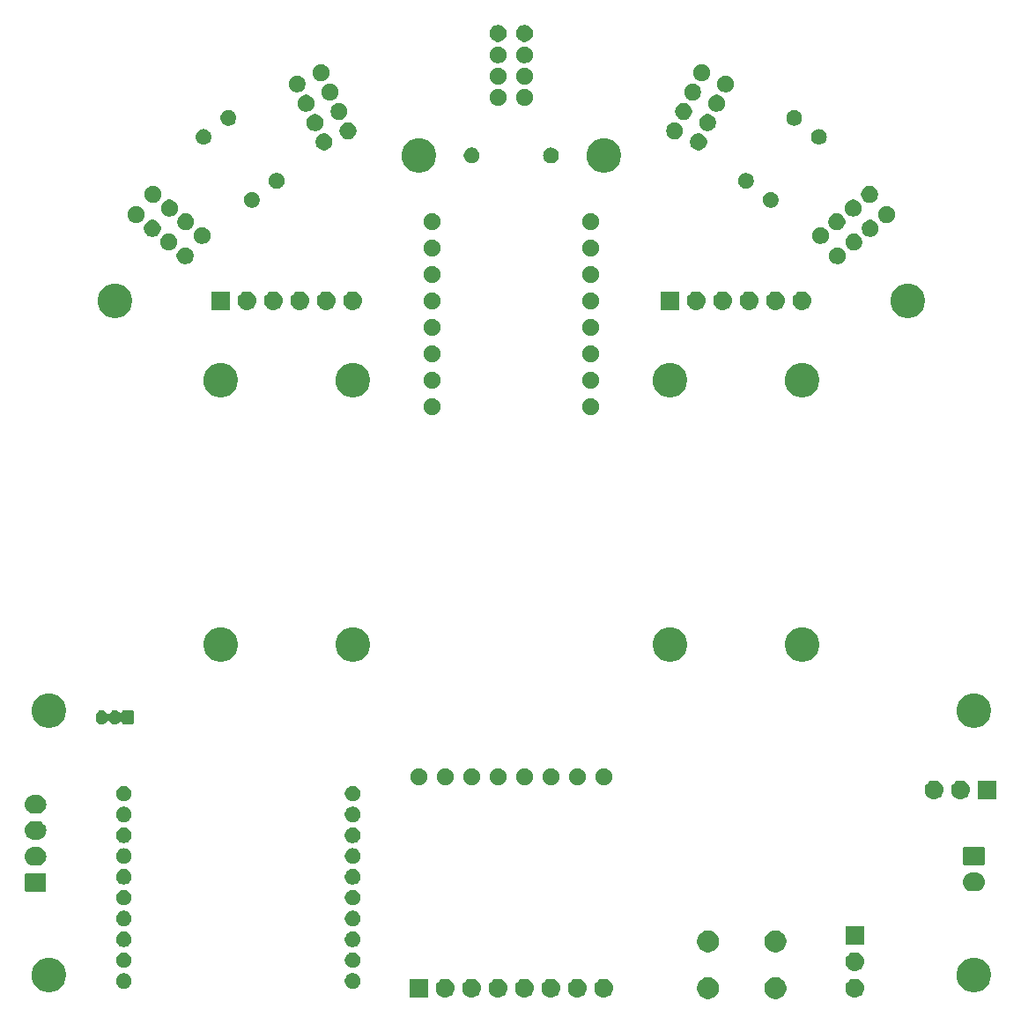
<source format=gbr>
G04 #@! TF.GenerationSoftware,KiCad,Pcbnew,(5.1.4-0-10_14)*
G04 #@! TF.CreationDate,2020-01-04T12:27:15+09:00*
G04 #@! TF.ProjectId,mouse,6d6f7573-652e-46b6-9963-61645f706362,rev?*
G04 #@! TF.SameCoordinates,Original*
G04 #@! TF.FileFunction,Soldermask,Bot*
G04 #@! TF.FilePolarity,Negative*
%FSLAX46Y46*%
G04 Gerber Fmt 4.6, Leading zero omitted, Abs format (unit mm)*
G04 Created by KiCad (PCBNEW (5.1.4-0-10_14)) date 2020-01-04 12:27:15*
%MOMM*%
%LPD*%
G04 APERTURE LIST*
%ADD10C,0.100000*%
G04 APERTURE END LIST*
D10*
G36*
X104446564Y-184409389D02*
G01*
X104637833Y-184488615D01*
X104637835Y-184488616D01*
X104702819Y-184532037D01*
X104809973Y-184603635D01*
X104956365Y-184750027D01*
X105071385Y-184922167D01*
X105150611Y-185113436D01*
X105191000Y-185316484D01*
X105191000Y-185523516D01*
X105150611Y-185726564D01*
X105071385Y-185917833D01*
X105071384Y-185917835D01*
X104956365Y-186089973D01*
X104809973Y-186236365D01*
X104637835Y-186351384D01*
X104637834Y-186351385D01*
X104637833Y-186351385D01*
X104446564Y-186430611D01*
X104243516Y-186471000D01*
X104036484Y-186471000D01*
X103833436Y-186430611D01*
X103642167Y-186351385D01*
X103642166Y-186351385D01*
X103642165Y-186351384D01*
X103470027Y-186236365D01*
X103323635Y-186089973D01*
X103208616Y-185917835D01*
X103208615Y-185917833D01*
X103129389Y-185726564D01*
X103089000Y-185523516D01*
X103089000Y-185316484D01*
X103129389Y-185113436D01*
X103208615Y-184922167D01*
X103323635Y-184750027D01*
X103470027Y-184603635D01*
X103577181Y-184532037D01*
X103642165Y-184488616D01*
X103642167Y-184488615D01*
X103833436Y-184409389D01*
X104036484Y-184369000D01*
X104243516Y-184369000D01*
X104446564Y-184409389D01*
X104446564Y-184409389D01*
G37*
G36*
X97946564Y-184409389D02*
G01*
X98137833Y-184488615D01*
X98137835Y-184488616D01*
X98202819Y-184532037D01*
X98309973Y-184603635D01*
X98456365Y-184750027D01*
X98571385Y-184922167D01*
X98650611Y-185113436D01*
X98691000Y-185316484D01*
X98691000Y-185523516D01*
X98650611Y-185726564D01*
X98571385Y-185917833D01*
X98571384Y-185917835D01*
X98456365Y-186089973D01*
X98309973Y-186236365D01*
X98137835Y-186351384D01*
X98137834Y-186351385D01*
X98137833Y-186351385D01*
X97946564Y-186430611D01*
X97743516Y-186471000D01*
X97536484Y-186471000D01*
X97333436Y-186430611D01*
X97142167Y-186351385D01*
X97142166Y-186351385D01*
X97142165Y-186351384D01*
X96970027Y-186236365D01*
X96823635Y-186089973D01*
X96708616Y-185917835D01*
X96708615Y-185917833D01*
X96629389Y-185726564D01*
X96589000Y-185523516D01*
X96589000Y-185316484D01*
X96629389Y-185113436D01*
X96708615Y-184922167D01*
X96823635Y-184750027D01*
X96970027Y-184603635D01*
X97077181Y-184532037D01*
X97142165Y-184488616D01*
X97142167Y-184488615D01*
X97333436Y-184409389D01*
X97536484Y-184369000D01*
X97743516Y-184369000D01*
X97946564Y-184409389D01*
X97946564Y-184409389D01*
G37*
G36*
X85200442Y-184525518D02*
G01*
X85266627Y-184532037D01*
X85436466Y-184583557D01*
X85592991Y-184667222D01*
X85628729Y-184696552D01*
X85730186Y-184779814D01*
X85813448Y-184881271D01*
X85842778Y-184917009D01*
X85926443Y-185073534D01*
X85977963Y-185243373D01*
X85995359Y-185420000D01*
X85977963Y-185596627D01*
X85926443Y-185766466D01*
X85842778Y-185922991D01*
X85813448Y-185958729D01*
X85730186Y-186060186D01*
X85628729Y-186143448D01*
X85592991Y-186172778D01*
X85436466Y-186256443D01*
X85266627Y-186307963D01*
X85200443Y-186314481D01*
X85134260Y-186321000D01*
X85045740Y-186321000D01*
X84979557Y-186314481D01*
X84913373Y-186307963D01*
X84743534Y-186256443D01*
X84587009Y-186172778D01*
X84551271Y-186143448D01*
X84449814Y-186060186D01*
X84366552Y-185958729D01*
X84337222Y-185922991D01*
X84253557Y-185766466D01*
X84202037Y-185596627D01*
X84184641Y-185420000D01*
X84202037Y-185243373D01*
X84253557Y-185073534D01*
X84337222Y-184917009D01*
X84366552Y-184881271D01*
X84449814Y-184779814D01*
X84551271Y-184696552D01*
X84587009Y-184667222D01*
X84743534Y-184583557D01*
X84913373Y-184532037D01*
X84979558Y-184525518D01*
X85045740Y-184519000D01*
X85134260Y-184519000D01*
X85200442Y-184525518D01*
X85200442Y-184525518D01*
G37*
G36*
X82660442Y-184525518D02*
G01*
X82726627Y-184532037D01*
X82896466Y-184583557D01*
X83052991Y-184667222D01*
X83088729Y-184696552D01*
X83190186Y-184779814D01*
X83273448Y-184881271D01*
X83302778Y-184917009D01*
X83386443Y-185073534D01*
X83437963Y-185243373D01*
X83455359Y-185420000D01*
X83437963Y-185596627D01*
X83386443Y-185766466D01*
X83302778Y-185922991D01*
X83273448Y-185958729D01*
X83190186Y-186060186D01*
X83088729Y-186143448D01*
X83052991Y-186172778D01*
X82896466Y-186256443D01*
X82726627Y-186307963D01*
X82660443Y-186314481D01*
X82594260Y-186321000D01*
X82505740Y-186321000D01*
X82439557Y-186314481D01*
X82373373Y-186307963D01*
X82203534Y-186256443D01*
X82047009Y-186172778D01*
X82011271Y-186143448D01*
X81909814Y-186060186D01*
X81826552Y-185958729D01*
X81797222Y-185922991D01*
X81713557Y-185766466D01*
X81662037Y-185596627D01*
X81644641Y-185420000D01*
X81662037Y-185243373D01*
X81713557Y-185073534D01*
X81797222Y-184917009D01*
X81826552Y-184881271D01*
X81909814Y-184779814D01*
X82011271Y-184696552D01*
X82047009Y-184667222D01*
X82203534Y-184583557D01*
X82373373Y-184532037D01*
X82439558Y-184525518D01*
X82505740Y-184519000D01*
X82594260Y-184519000D01*
X82660442Y-184525518D01*
X82660442Y-184525518D01*
G37*
G36*
X80120442Y-184525518D02*
G01*
X80186627Y-184532037D01*
X80356466Y-184583557D01*
X80512991Y-184667222D01*
X80548729Y-184696552D01*
X80650186Y-184779814D01*
X80733448Y-184881271D01*
X80762778Y-184917009D01*
X80846443Y-185073534D01*
X80897963Y-185243373D01*
X80915359Y-185420000D01*
X80897963Y-185596627D01*
X80846443Y-185766466D01*
X80762778Y-185922991D01*
X80733448Y-185958729D01*
X80650186Y-186060186D01*
X80548729Y-186143448D01*
X80512991Y-186172778D01*
X80356466Y-186256443D01*
X80186627Y-186307963D01*
X80120443Y-186314481D01*
X80054260Y-186321000D01*
X79965740Y-186321000D01*
X79899557Y-186314481D01*
X79833373Y-186307963D01*
X79663534Y-186256443D01*
X79507009Y-186172778D01*
X79471271Y-186143448D01*
X79369814Y-186060186D01*
X79286552Y-185958729D01*
X79257222Y-185922991D01*
X79173557Y-185766466D01*
X79122037Y-185596627D01*
X79104641Y-185420000D01*
X79122037Y-185243373D01*
X79173557Y-185073534D01*
X79257222Y-184917009D01*
X79286552Y-184881271D01*
X79369814Y-184779814D01*
X79471271Y-184696552D01*
X79507009Y-184667222D01*
X79663534Y-184583557D01*
X79833373Y-184532037D01*
X79899558Y-184525518D01*
X79965740Y-184519000D01*
X80054260Y-184519000D01*
X80120442Y-184525518D01*
X80120442Y-184525518D01*
G37*
G36*
X77580442Y-184525518D02*
G01*
X77646627Y-184532037D01*
X77816466Y-184583557D01*
X77972991Y-184667222D01*
X78008729Y-184696552D01*
X78110186Y-184779814D01*
X78193448Y-184881271D01*
X78222778Y-184917009D01*
X78306443Y-185073534D01*
X78357963Y-185243373D01*
X78375359Y-185420000D01*
X78357963Y-185596627D01*
X78306443Y-185766466D01*
X78222778Y-185922991D01*
X78193448Y-185958729D01*
X78110186Y-186060186D01*
X78008729Y-186143448D01*
X77972991Y-186172778D01*
X77816466Y-186256443D01*
X77646627Y-186307963D01*
X77580443Y-186314481D01*
X77514260Y-186321000D01*
X77425740Y-186321000D01*
X77359557Y-186314481D01*
X77293373Y-186307963D01*
X77123534Y-186256443D01*
X76967009Y-186172778D01*
X76931271Y-186143448D01*
X76829814Y-186060186D01*
X76746552Y-185958729D01*
X76717222Y-185922991D01*
X76633557Y-185766466D01*
X76582037Y-185596627D01*
X76564641Y-185420000D01*
X76582037Y-185243373D01*
X76633557Y-185073534D01*
X76717222Y-184917009D01*
X76746552Y-184881271D01*
X76829814Y-184779814D01*
X76931271Y-184696552D01*
X76967009Y-184667222D01*
X77123534Y-184583557D01*
X77293373Y-184532037D01*
X77359558Y-184525518D01*
X77425740Y-184519000D01*
X77514260Y-184519000D01*
X77580442Y-184525518D01*
X77580442Y-184525518D01*
G37*
G36*
X75040442Y-184525518D02*
G01*
X75106627Y-184532037D01*
X75276466Y-184583557D01*
X75432991Y-184667222D01*
X75468729Y-184696552D01*
X75570186Y-184779814D01*
X75653448Y-184881271D01*
X75682778Y-184917009D01*
X75766443Y-185073534D01*
X75817963Y-185243373D01*
X75835359Y-185420000D01*
X75817963Y-185596627D01*
X75766443Y-185766466D01*
X75682778Y-185922991D01*
X75653448Y-185958729D01*
X75570186Y-186060186D01*
X75468729Y-186143448D01*
X75432991Y-186172778D01*
X75276466Y-186256443D01*
X75106627Y-186307963D01*
X75040443Y-186314481D01*
X74974260Y-186321000D01*
X74885740Y-186321000D01*
X74819557Y-186314481D01*
X74753373Y-186307963D01*
X74583534Y-186256443D01*
X74427009Y-186172778D01*
X74391271Y-186143448D01*
X74289814Y-186060186D01*
X74206552Y-185958729D01*
X74177222Y-185922991D01*
X74093557Y-185766466D01*
X74042037Y-185596627D01*
X74024641Y-185420000D01*
X74042037Y-185243373D01*
X74093557Y-185073534D01*
X74177222Y-184917009D01*
X74206552Y-184881271D01*
X74289814Y-184779814D01*
X74391271Y-184696552D01*
X74427009Y-184667222D01*
X74583534Y-184583557D01*
X74753373Y-184532037D01*
X74819558Y-184525518D01*
X74885740Y-184519000D01*
X74974260Y-184519000D01*
X75040442Y-184525518D01*
X75040442Y-184525518D01*
G37*
G36*
X72500442Y-184525518D02*
G01*
X72566627Y-184532037D01*
X72736466Y-184583557D01*
X72892991Y-184667222D01*
X72928729Y-184696552D01*
X73030186Y-184779814D01*
X73113448Y-184881271D01*
X73142778Y-184917009D01*
X73226443Y-185073534D01*
X73277963Y-185243373D01*
X73295359Y-185420000D01*
X73277963Y-185596627D01*
X73226443Y-185766466D01*
X73142778Y-185922991D01*
X73113448Y-185958729D01*
X73030186Y-186060186D01*
X72928729Y-186143448D01*
X72892991Y-186172778D01*
X72736466Y-186256443D01*
X72566627Y-186307963D01*
X72500443Y-186314481D01*
X72434260Y-186321000D01*
X72345740Y-186321000D01*
X72279557Y-186314481D01*
X72213373Y-186307963D01*
X72043534Y-186256443D01*
X71887009Y-186172778D01*
X71851271Y-186143448D01*
X71749814Y-186060186D01*
X71666552Y-185958729D01*
X71637222Y-185922991D01*
X71553557Y-185766466D01*
X71502037Y-185596627D01*
X71484641Y-185420000D01*
X71502037Y-185243373D01*
X71553557Y-185073534D01*
X71637222Y-184917009D01*
X71666552Y-184881271D01*
X71749814Y-184779814D01*
X71851271Y-184696552D01*
X71887009Y-184667222D01*
X72043534Y-184583557D01*
X72213373Y-184532037D01*
X72279558Y-184525518D01*
X72345740Y-184519000D01*
X72434260Y-184519000D01*
X72500442Y-184525518D01*
X72500442Y-184525518D01*
G37*
G36*
X70751000Y-186321000D02*
G01*
X68949000Y-186321000D01*
X68949000Y-184519000D01*
X70751000Y-184519000D01*
X70751000Y-186321000D01*
X70751000Y-186321000D01*
G37*
G36*
X87740442Y-184525518D02*
G01*
X87806627Y-184532037D01*
X87976466Y-184583557D01*
X88132991Y-184667222D01*
X88168729Y-184696552D01*
X88270186Y-184779814D01*
X88353448Y-184881271D01*
X88382778Y-184917009D01*
X88466443Y-185073534D01*
X88517963Y-185243373D01*
X88535359Y-185420000D01*
X88517963Y-185596627D01*
X88466443Y-185766466D01*
X88382778Y-185922991D01*
X88353448Y-185958729D01*
X88270186Y-186060186D01*
X88168729Y-186143448D01*
X88132991Y-186172778D01*
X87976466Y-186256443D01*
X87806627Y-186307963D01*
X87740443Y-186314481D01*
X87674260Y-186321000D01*
X87585740Y-186321000D01*
X87519557Y-186314481D01*
X87453373Y-186307963D01*
X87283534Y-186256443D01*
X87127009Y-186172778D01*
X87091271Y-186143448D01*
X86989814Y-186060186D01*
X86906552Y-185958729D01*
X86877222Y-185922991D01*
X86793557Y-185766466D01*
X86742037Y-185596627D01*
X86724641Y-185420000D01*
X86742037Y-185243373D01*
X86793557Y-185073534D01*
X86877222Y-184917009D01*
X86906552Y-184881271D01*
X86989814Y-184779814D01*
X87091271Y-184696552D01*
X87127009Y-184667222D01*
X87283534Y-184583557D01*
X87453373Y-184532037D01*
X87519558Y-184525518D01*
X87585740Y-184519000D01*
X87674260Y-184519000D01*
X87740442Y-184525518D01*
X87740442Y-184525518D01*
G37*
G36*
X111870442Y-184525518D02*
G01*
X111936627Y-184532037D01*
X112106466Y-184583557D01*
X112262991Y-184667222D01*
X112298729Y-184696552D01*
X112400186Y-184779814D01*
X112483448Y-184881271D01*
X112512778Y-184917009D01*
X112596443Y-185073534D01*
X112647963Y-185243373D01*
X112665359Y-185420000D01*
X112647963Y-185596627D01*
X112596443Y-185766466D01*
X112512778Y-185922991D01*
X112483448Y-185958729D01*
X112400186Y-186060186D01*
X112298729Y-186143448D01*
X112262991Y-186172778D01*
X112106466Y-186256443D01*
X111936627Y-186307963D01*
X111870443Y-186314481D01*
X111804260Y-186321000D01*
X111715740Y-186321000D01*
X111649557Y-186314481D01*
X111583373Y-186307963D01*
X111413534Y-186256443D01*
X111257009Y-186172778D01*
X111221271Y-186143448D01*
X111119814Y-186060186D01*
X111036552Y-185958729D01*
X111007222Y-185922991D01*
X110923557Y-185766466D01*
X110872037Y-185596627D01*
X110854641Y-185420000D01*
X110872037Y-185243373D01*
X110923557Y-185073534D01*
X111007222Y-184917009D01*
X111036552Y-184881271D01*
X111119814Y-184779814D01*
X111221271Y-184696552D01*
X111257009Y-184667222D01*
X111413534Y-184583557D01*
X111583373Y-184532037D01*
X111649558Y-184525518D01*
X111715740Y-184519000D01*
X111804260Y-184519000D01*
X111870442Y-184525518D01*
X111870442Y-184525518D01*
G37*
G36*
X34665256Y-182541298D02*
G01*
X34771579Y-182562447D01*
X35072042Y-182686903D01*
X35342451Y-182867585D01*
X35572415Y-183097549D01*
X35753097Y-183367958D01*
X35862790Y-183632779D01*
X35877553Y-183668422D01*
X35941000Y-183987389D01*
X35941000Y-184312611D01*
X35899946Y-184519000D01*
X35877553Y-184631579D01*
X35810290Y-184793967D01*
X35757188Y-184922167D01*
X35753097Y-184932042D01*
X35572415Y-185202451D01*
X35342451Y-185432415D01*
X35072042Y-185613097D01*
X34771579Y-185737553D01*
X34665256Y-185758702D01*
X34452611Y-185801000D01*
X34127389Y-185801000D01*
X33914744Y-185758702D01*
X33808421Y-185737553D01*
X33507958Y-185613097D01*
X33237549Y-185432415D01*
X33007585Y-185202451D01*
X32826903Y-184932042D01*
X32822813Y-184922167D01*
X32769710Y-184793967D01*
X32702447Y-184631579D01*
X32680054Y-184519000D01*
X32639000Y-184312611D01*
X32639000Y-183987389D01*
X32702447Y-183668422D01*
X32717211Y-183632779D01*
X32826903Y-183367958D01*
X33007585Y-183097549D01*
X33237549Y-182867585D01*
X33507958Y-182686903D01*
X33808421Y-182562447D01*
X33914744Y-182541298D01*
X34127389Y-182499000D01*
X34452611Y-182499000D01*
X34665256Y-182541298D01*
X34665256Y-182541298D01*
G37*
G36*
X123565256Y-182541298D02*
G01*
X123671579Y-182562447D01*
X123972042Y-182686903D01*
X124242451Y-182867585D01*
X124472415Y-183097549D01*
X124653097Y-183367958D01*
X124762790Y-183632779D01*
X124777553Y-183668422D01*
X124841000Y-183987389D01*
X124841000Y-184312611D01*
X124799946Y-184519000D01*
X124777553Y-184631579D01*
X124710290Y-184793967D01*
X124657188Y-184922167D01*
X124653097Y-184932042D01*
X124472415Y-185202451D01*
X124242451Y-185432415D01*
X123972042Y-185613097D01*
X123671579Y-185737553D01*
X123565256Y-185758702D01*
X123352611Y-185801000D01*
X123027389Y-185801000D01*
X122814744Y-185758702D01*
X122708421Y-185737553D01*
X122407958Y-185613097D01*
X122137549Y-185432415D01*
X121907585Y-185202451D01*
X121726903Y-184932042D01*
X121722813Y-184922167D01*
X121669710Y-184793967D01*
X121602447Y-184631579D01*
X121580054Y-184519000D01*
X121539000Y-184312611D01*
X121539000Y-183987389D01*
X121602447Y-183668422D01*
X121617211Y-183632779D01*
X121726903Y-183367958D01*
X121907585Y-183097549D01*
X122137549Y-182867585D01*
X122407958Y-182686903D01*
X122708421Y-182562447D01*
X122814744Y-182541298D01*
X123027389Y-182499000D01*
X123352611Y-182499000D01*
X123565256Y-182541298D01*
X123565256Y-182541298D01*
G37*
G36*
X41666417Y-183987389D02*
G01*
X41719059Y-183997860D01*
X41855732Y-184054472D01*
X41978735Y-184136660D01*
X42083340Y-184241265D01*
X42131012Y-184312611D01*
X42165529Y-184364270D01*
X42222140Y-184500941D01*
X42251000Y-184646032D01*
X42251000Y-184793968D01*
X42222140Y-184939059D01*
X42166439Y-185073534D01*
X42165528Y-185075732D01*
X42083340Y-185198735D01*
X41978735Y-185303340D01*
X41855732Y-185385528D01*
X41855731Y-185385529D01*
X41855730Y-185385529D01*
X41719059Y-185442140D01*
X41573968Y-185471000D01*
X41426032Y-185471000D01*
X41280941Y-185442140D01*
X41144270Y-185385529D01*
X41144269Y-185385529D01*
X41144268Y-185385528D01*
X41021265Y-185303340D01*
X40916660Y-185198735D01*
X40834472Y-185075732D01*
X40833562Y-185073534D01*
X40777860Y-184939059D01*
X40749000Y-184793968D01*
X40749000Y-184646032D01*
X40777860Y-184500941D01*
X40834471Y-184364270D01*
X40868988Y-184312611D01*
X40916660Y-184241265D01*
X41021265Y-184136660D01*
X41144268Y-184054472D01*
X41280941Y-183997860D01*
X41333583Y-183987389D01*
X41426032Y-183969000D01*
X41573968Y-183969000D01*
X41666417Y-183987389D01*
X41666417Y-183987389D01*
G37*
G36*
X63666417Y-183987389D02*
G01*
X63719059Y-183997860D01*
X63855732Y-184054472D01*
X63978735Y-184136660D01*
X64083340Y-184241265D01*
X64131012Y-184312611D01*
X64165529Y-184364270D01*
X64222140Y-184500941D01*
X64251000Y-184646032D01*
X64251000Y-184793968D01*
X64222140Y-184939059D01*
X64166439Y-185073534D01*
X64165528Y-185075732D01*
X64083340Y-185198735D01*
X63978735Y-185303340D01*
X63855732Y-185385528D01*
X63855731Y-185385529D01*
X63855730Y-185385529D01*
X63719059Y-185442140D01*
X63573968Y-185471000D01*
X63426032Y-185471000D01*
X63280941Y-185442140D01*
X63144270Y-185385529D01*
X63144269Y-185385529D01*
X63144268Y-185385528D01*
X63021265Y-185303340D01*
X62916660Y-185198735D01*
X62834472Y-185075732D01*
X62833562Y-185073534D01*
X62777860Y-184939059D01*
X62749000Y-184793968D01*
X62749000Y-184646032D01*
X62777860Y-184500941D01*
X62834471Y-184364270D01*
X62868988Y-184312611D01*
X62916660Y-184241265D01*
X63021265Y-184136660D01*
X63144268Y-184054472D01*
X63280941Y-183997860D01*
X63333583Y-183987389D01*
X63426032Y-183969000D01*
X63573968Y-183969000D01*
X63666417Y-183987389D01*
X63666417Y-183987389D01*
G37*
G36*
X111870442Y-181985518D02*
G01*
X111936627Y-181992037D01*
X112106466Y-182043557D01*
X112262991Y-182127222D01*
X112274491Y-182136660D01*
X112400186Y-182239814D01*
X112483448Y-182341271D01*
X112512778Y-182377009D01*
X112596443Y-182533534D01*
X112647963Y-182703373D01*
X112665359Y-182880000D01*
X112647963Y-183056627D01*
X112596443Y-183226466D01*
X112512778Y-183382991D01*
X112510695Y-183385529D01*
X112400186Y-183520186D01*
X112298729Y-183603448D01*
X112262991Y-183632778D01*
X112106466Y-183716443D01*
X111936627Y-183767963D01*
X111870442Y-183774482D01*
X111804260Y-183781000D01*
X111715740Y-183781000D01*
X111649558Y-183774482D01*
X111583373Y-183767963D01*
X111413534Y-183716443D01*
X111257009Y-183632778D01*
X111221271Y-183603448D01*
X111119814Y-183520186D01*
X111009305Y-183385529D01*
X111007222Y-183382991D01*
X110923557Y-183226466D01*
X110872037Y-183056627D01*
X110854641Y-182880000D01*
X110872037Y-182703373D01*
X110923557Y-182533534D01*
X111007222Y-182377009D01*
X111036552Y-182341271D01*
X111119814Y-182239814D01*
X111245509Y-182136660D01*
X111257009Y-182127222D01*
X111413534Y-182043557D01*
X111583373Y-181992037D01*
X111649558Y-181985518D01*
X111715740Y-181979000D01*
X111804260Y-181979000D01*
X111870442Y-181985518D01*
X111870442Y-181985518D01*
G37*
G36*
X63719059Y-181997860D02*
G01*
X63829384Y-182043558D01*
X63855732Y-182054472D01*
X63978735Y-182136660D01*
X64083340Y-182241265D01*
X64083341Y-182241267D01*
X64165529Y-182364270D01*
X64222140Y-182500941D01*
X64251000Y-182646032D01*
X64251000Y-182793968D01*
X64222140Y-182939059D01*
X64173443Y-183056625D01*
X64165528Y-183075732D01*
X64083340Y-183198735D01*
X63978735Y-183303340D01*
X63855732Y-183385528D01*
X63855731Y-183385529D01*
X63855730Y-183385529D01*
X63719059Y-183442140D01*
X63573968Y-183471000D01*
X63426032Y-183471000D01*
X63280941Y-183442140D01*
X63144270Y-183385529D01*
X63144269Y-183385529D01*
X63144268Y-183385528D01*
X63021265Y-183303340D01*
X62916660Y-183198735D01*
X62834472Y-183075732D01*
X62826558Y-183056625D01*
X62777860Y-182939059D01*
X62749000Y-182793968D01*
X62749000Y-182646032D01*
X62777860Y-182500941D01*
X62834471Y-182364270D01*
X62916659Y-182241267D01*
X62916660Y-182241265D01*
X63021265Y-182136660D01*
X63144268Y-182054472D01*
X63170617Y-182043558D01*
X63280941Y-181997860D01*
X63426032Y-181969000D01*
X63573968Y-181969000D01*
X63719059Y-181997860D01*
X63719059Y-181997860D01*
G37*
G36*
X41719059Y-181997860D02*
G01*
X41829384Y-182043558D01*
X41855732Y-182054472D01*
X41978735Y-182136660D01*
X42083340Y-182241265D01*
X42083341Y-182241267D01*
X42165529Y-182364270D01*
X42222140Y-182500941D01*
X42251000Y-182646032D01*
X42251000Y-182793968D01*
X42222140Y-182939059D01*
X42173443Y-183056625D01*
X42165528Y-183075732D01*
X42083340Y-183198735D01*
X41978735Y-183303340D01*
X41855732Y-183385528D01*
X41855731Y-183385529D01*
X41855730Y-183385529D01*
X41719059Y-183442140D01*
X41573968Y-183471000D01*
X41426032Y-183471000D01*
X41280941Y-183442140D01*
X41144270Y-183385529D01*
X41144269Y-183385529D01*
X41144268Y-183385528D01*
X41021265Y-183303340D01*
X40916660Y-183198735D01*
X40834472Y-183075732D01*
X40826558Y-183056625D01*
X40777860Y-182939059D01*
X40749000Y-182793968D01*
X40749000Y-182646032D01*
X40777860Y-182500941D01*
X40834471Y-182364270D01*
X40916659Y-182241267D01*
X40916660Y-182241265D01*
X41021265Y-182136660D01*
X41144268Y-182054472D01*
X41170617Y-182043558D01*
X41280941Y-181997860D01*
X41426032Y-181969000D01*
X41573968Y-181969000D01*
X41719059Y-181997860D01*
X41719059Y-181997860D01*
G37*
G36*
X97946564Y-179909389D02*
G01*
X98137833Y-179988615D01*
X98137835Y-179988616D01*
X98236394Y-180054471D01*
X98309973Y-180103635D01*
X98456365Y-180250027D01*
X98571385Y-180422167D01*
X98650611Y-180613436D01*
X98691000Y-180816484D01*
X98691000Y-181023516D01*
X98650611Y-181226564D01*
X98571385Y-181417833D01*
X98571384Y-181417835D01*
X98456365Y-181589973D01*
X98309973Y-181736365D01*
X98137835Y-181851384D01*
X98137834Y-181851385D01*
X98137833Y-181851385D01*
X97946564Y-181930611D01*
X97743516Y-181971000D01*
X97536484Y-181971000D01*
X97333436Y-181930611D01*
X97142167Y-181851385D01*
X97142166Y-181851385D01*
X97142165Y-181851384D01*
X96970027Y-181736365D01*
X96823635Y-181589973D01*
X96708616Y-181417835D01*
X96708615Y-181417833D01*
X96629389Y-181226564D01*
X96589000Y-181023516D01*
X96589000Y-180816484D01*
X96629389Y-180613436D01*
X96708615Y-180422167D01*
X96823635Y-180250027D01*
X96970027Y-180103635D01*
X97043606Y-180054471D01*
X97142165Y-179988616D01*
X97142167Y-179988615D01*
X97333436Y-179909389D01*
X97536484Y-179869000D01*
X97743516Y-179869000D01*
X97946564Y-179909389D01*
X97946564Y-179909389D01*
G37*
G36*
X104446564Y-179909389D02*
G01*
X104637833Y-179988615D01*
X104637835Y-179988616D01*
X104736394Y-180054471D01*
X104809973Y-180103635D01*
X104956365Y-180250027D01*
X105071385Y-180422167D01*
X105150611Y-180613436D01*
X105191000Y-180816484D01*
X105191000Y-181023516D01*
X105150611Y-181226564D01*
X105071385Y-181417833D01*
X105071384Y-181417835D01*
X104956365Y-181589973D01*
X104809973Y-181736365D01*
X104637835Y-181851384D01*
X104637834Y-181851385D01*
X104637833Y-181851385D01*
X104446564Y-181930611D01*
X104243516Y-181971000D01*
X104036484Y-181971000D01*
X103833436Y-181930611D01*
X103642167Y-181851385D01*
X103642166Y-181851385D01*
X103642165Y-181851384D01*
X103470027Y-181736365D01*
X103323635Y-181589973D01*
X103208616Y-181417835D01*
X103208615Y-181417833D01*
X103129389Y-181226564D01*
X103089000Y-181023516D01*
X103089000Y-180816484D01*
X103129389Y-180613436D01*
X103208615Y-180422167D01*
X103323635Y-180250027D01*
X103470027Y-180103635D01*
X103543606Y-180054471D01*
X103642165Y-179988616D01*
X103642167Y-179988615D01*
X103833436Y-179909389D01*
X104036484Y-179869000D01*
X104243516Y-179869000D01*
X104446564Y-179909389D01*
X104446564Y-179909389D01*
G37*
G36*
X41719059Y-179997860D02*
G01*
X41855732Y-180054472D01*
X41978735Y-180136660D01*
X42083340Y-180241265D01*
X42165528Y-180364268D01*
X42165529Y-180364270D01*
X42222140Y-180500941D01*
X42251000Y-180646032D01*
X42251000Y-180793968D01*
X42222140Y-180939059D01*
X42187158Y-181023514D01*
X42165528Y-181075732D01*
X42083340Y-181198735D01*
X41978735Y-181303340D01*
X41855732Y-181385528D01*
X41855731Y-181385529D01*
X41855730Y-181385529D01*
X41719059Y-181442140D01*
X41573968Y-181471000D01*
X41426032Y-181471000D01*
X41280941Y-181442140D01*
X41144270Y-181385529D01*
X41144269Y-181385529D01*
X41144268Y-181385528D01*
X41021265Y-181303340D01*
X40916660Y-181198735D01*
X40834472Y-181075732D01*
X40812843Y-181023514D01*
X40777860Y-180939059D01*
X40749000Y-180793968D01*
X40749000Y-180646032D01*
X40777860Y-180500941D01*
X40834471Y-180364270D01*
X40834472Y-180364268D01*
X40916660Y-180241265D01*
X41021265Y-180136660D01*
X41144268Y-180054472D01*
X41280941Y-179997860D01*
X41426032Y-179969000D01*
X41573968Y-179969000D01*
X41719059Y-179997860D01*
X41719059Y-179997860D01*
G37*
G36*
X63719059Y-179997860D02*
G01*
X63855732Y-180054472D01*
X63978735Y-180136660D01*
X64083340Y-180241265D01*
X64165528Y-180364268D01*
X64165529Y-180364270D01*
X64222140Y-180500941D01*
X64251000Y-180646032D01*
X64251000Y-180793968D01*
X64222140Y-180939059D01*
X64187158Y-181023514D01*
X64165528Y-181075732D01*
X64083340Y-181198735D01*
X63978735Y-181303340D01*
X63855732Y-181385528D01*
X63855731Y-181385529D01*
X63855730Y-181385529D01*
X63719059Y-181442140D01*
X63573968Y-181471000D01*
X63426032Y-181471000D01*
X63280941Y-181442140D01*
X63144270Y-181385529D01*
X63144269Y-181385529D01*
X63144268Y-181385528D01*
X63021265Y-181303340D01*
X62916660Y-181198735D01*
X62834472Y-181075732D01*
X62812843Y-181023514D01*
X62777860Y-180939059D01*
X62749000Y-180793968D01*
X62749000Y-180646032D01*
X62777860Y-180500941D01*
X62834471Y-180364270D01*
X62834472Y-180364268D01*
X62916660Y-180241265D01*
X63021265Y-180136660D01*
X63144268Y-180054472D01*
X63280941Y-179997860D01*
X63426032Y-179969000D01*
X63573968Y-179969000D01*
X63719059Y-179997860D01*
X63719059Y-179997860D01*
G37*
G36*
X112661000Y-181241000D02*
G01*
X110859000Y-181241000D01*
X110859000Y-179439000D01*
X112661000Y-179439000D01*
X112661000Y-181241000D01*
X112661000Y-181241000D01*
G37*
G36*
X63719059Y-177997860D02*
G01*
X63855732Y-178054472D01*
X63978735Y-178136660D01*
X64083340Y-178241265D01*
X64165528Y-178364268D01*
X64222140Y-178500941D01*
X64251000Y-178646033D01*
X64251000Y-178793967D01*
X64222140Y-178939059D01*
X64165528Y-179075732D01*
X64083340Y-179198735D01*
X63978735Y-179303340D01*
X63855732Y-179385528D01*
X63855731Y-179385529D01*
X63855730Y-179385529D01*
X63719059Y-179442140D01*
X63573968Y-179471000D01*
X63426032Y-179471000D01*
X63280941Y-179442140D01*
X63144270Y-179385529D01*
X63144269Y-179385529D01*
X63144268Y-179385528D01*
X63021265Y-179303340D01*
X62916660Y-179198735D01*
X62834472Y-179075732D01*
X62777860Y-178939059D01*
X62749000Y-178793967D01*
X62749000Y-178646033D01*
X62777860Y-178500941D01*
X62834472Y-178364268D01*
X62916660Y-178241265D01*
X63021265Y-178136660D01*
X63144268Y-178054472D01*
X63280941Y-177997860D01*
X63426032Y-177969000D01*
X63573968Y-177969000D01*
X63719059Y-177997860D01*
X63719059Y-177997860D01*
G37*
G36*
X41719059Y-177997860D02*
G01*
X41855732Y-178054472D01*
X41978735Y-178136660D01*
X42083340Y-178241265D01*
X42165528Y-178364268D01*
X42222140Y-178500941D01*
X42251000Y-178646033D01*
X42251000Y-178793967D01*
X42222140Y-178939059D01*
X42165528Y-179075732D01*
X42083340Y-179198735D01*
X41978735Y-179303340D01*
X41855732Y-179385528D01*
X41855731Y-179385529D01*
X41855730Y-179385529D01*
X41719059Y-179442140D01*
X41573968Y-179471000D01*
X41426032Y-179471000D01*
X41280941Y-179442140D01*
X41144270Y-179385529D01*
X41144269Y-179385529D01*
X41144268Y-179385528D01*
X41021265Y-179303340D01*
X40916660Y-179198735D01*
X40834472Y-179075732D01*
X40777860Y-178939059D01*
X40749000Y-178793967D01*
X40749000Y-178646033D01*
X40777860Y-178500941D01*
X40834472Y-178364268D01*
X40916660Y-178241265D01*
X41021265Y-178136660D01*
X41144268Y-178054472D01*
X41280941Y-177997860D01*
X41426032Y-177969000D01*
X41573968Y-177969000D01*
X41719059Y-177997860D01*
X41719059Y-177997860D01*
G37*
G36*
X63619702Y-175978097D02*
G01*
X63719059Y-175997860D01*
X63855732Y-176054472D01*
X63978735Y-176136660D01*
X64083340Y-176241265D01*
X64165528Y-176364268D01*
X64222140Y-176500941D01*
X64251000Y-176646033D01*
X64251000Y-176793967D01*
X64222140Y-176939059D01*
X64165528Y-177075732D01*
X64083340Y-177198735D01*
X63978735Y-177303340D01*
X63855732Y-177385528D01*
X63855731Y-177385529D01*
X63855730Y-177385529D01*
X63719059Y-177442140D01*
X63573968Y-177471000D01*
X63426032Y-177471000D01*
X63280941Y-177442140D01*
X63144270Y-177385529D01*
X63144269Y-177385529D01*
X63144268Y-177385528D01*
X63021265Y-177303340D01*
X62916660Y-177198735D01*
X62834472Y-177075732D01*
X62777860Y-176939059D01*
X62749000Y-176793967D01*
X62749000Y-176646033D01*
X62777860Y-176500941D01*
X62834472Y-176364268D01*
X62916660Y-176241265D01*
X63021265Y-176136660D01*
X63144268Y-176054472D01*
X63280941Y-175997860D01*
X63380298Y-175978097D01*
X63426032Y-175969000D01*
X63573968Y-175969000D01*
X63619702Y-175978097D01*
X63619702Y-175978097D01*
G37*
G36*
X41619702Y-175978097D02*
G01*
X41719059Y-175997860D01*
X41855732Y-176054472D01*
X41978735Y-176136660D01*
X42083340Y-176241265D01*
X42165528Y-176364268D01*
X42222140Y-176500941D01*
X42251000Y-176646033D01*
X42251000Y-176793967D01*
X42222140Y-176939059D01*
X42165528Y-177075732D01*
X42083340Y-177198735D01*
X41978735Y-177303340D01*
X41855732Y-177385528D01*
X41855731Y-177385529D01*
X41855730Y-177385529D01*
X41719059Y-177442140D01*
X41573968Y-177471000D01*
X41426032Y-177471000D01*
X41280941Y-177442140D01*
X41144270Y-177385529D01*
X41144269Y-177385529D01*
X41144268Y-177385528D01*
X41021265Y-177303340D01*
X40916660Y-177198735D01*
X40834472Y-177075732D01*
X40777860Y-176939059D01*
X40749000Y-176793967D01*
X40749000Y-176646033D01*
X40777860Y-176500941D01*
X40834472Y-176364268D01*
X40916660Y-176241265D01*
X41021265Y-176136660D01*
X41144268Y-176054472D01*
X41280941Y-175997860D01*
X41380298Y-175978097D01*
X41426032Y-175969000D01*
X41573968Y-175969000D01*
X41619702Y-175978097D01*
X41619702Y-175978097D01*
G37*
G36*
X33903600Y-174362989D02*
G01*
X33936652Y-174373015D01*
X33967103Y-174389292D01*
X33993799Y-174411201D01*
X34015708Y-174437897D01*
X34031985Y-174468348D01*
X34042011Y-174501400D01*
X34046000Y-174541903D01*
X34046000Y-175978097D01*
X34042011Y-176018600D01*
X34031985Y-176051652D01*
X34015708Y-176082103D01*
X33993799Y-176108799D01*
X33967103Y-176130708D01*
X33936652Y-176146985D01*
X33903600Y-176157011D01*
X33863097Y-176161000D01*
X32176903Y-176161000D01*
X32136400Y-176157011D01*
X32103348Y-176146985D01*
X32072897Y-176130708D01*
X32046201Y-176108799D01*
X32024292Y-176082103D01*
X32008015Y-176051652D01*
X31997989Y-176018600D01*
X31994000Y-175978097D01*
X31994000Y-174541903D01*
X31997989Y-174501400D01*
X32008015Y-174468348D01*
X32024292Y-174437897D01*
X32046201Y-174411201D01*
X32072897Y-174389292D01*
X32103348Y-174373015D01*
X32136400Y-174362989D01*
X32176903Y-174359000D01*
X33863097Y-174359000D01*
X33903600Y-174362989D01*
X33903600Y-174362989D01*
G37*
G36*
X123450443Y-174325519D02*
G01*
X123516627Y-174332037D01*
X123686466Y-174383557D01*
X123842991Y-174467222D01*
X123854630Y-174476774D01*
X123980186Y-174579814D01*
X124063448Y-174681271D01*
X124092778Y-174717009D01*
X124176443Y-174873534D01*
X124227963Y-175043373D01*
X124245359Y-175220000D01*
X124227963Y-175396627D01*
X124176443Y-175566466D01*
X124092778Y-175722991D01*
X124063448Y-175758729D01*
X123980186Y-175860186D01*
X123878729Y-175943448D01*
X123842991Y-175972778D01*
X123842989Y-175972779D01*
X123690154Y-176054472D01*
X123686466Y-176056443D01*
X123516627Y-176107963D01*
X123450442Y-176114482D01*
X123384260Y-176121000D01*
X122995740Y-176121000D01*
X122929558Y-176114482D01*
X122863373Y-176107963D01*
X122693534Y-176056443D01*
X122689847Y-176054472D01*
X122537011Y-175972779D01*
X122537009Y-175972778D01*
X122501271Y-175943448D01*
X122399814Y-175860186D01*
X122316552Y-175758729D01*
X122287222Y-175722991D01*
X122203557Y-175566466D01*
X122152037Y-175396627D01*
X122134641Y-175220000D01*
X122152037Y-175043373D01*
X122203557Y-174873534D01*
X122287222Y-174717009D01*
X122316552Y-174681271D01*
X122399814Y-174579814D01*
X122525370Y-174476774D01*
X122537009Y-174467222D01*
X122693534Y-174383557D01*
X122863373Y-174332037D01*
X122929557Y-174325519D01*
X122995740Y-174319000D01*
X123384260Y-174319000D01*
X123450443Y-174325519D01*
X123450443Y-174325519D01*
G37*
G36*
X63719059Y-173997860D02*
G01*
X63855732Y-174054472D01*
X63978735Y-174136660D01*
X64083340Y-174241265D01*
X64083341Y-174241267D01*
X64165529Y-174364270D01*
X64222140Y-174500941D01*
X64251000Y-174646032D01*
X64251000Y-174793968D01*
X64222140Y-174939059D01*
X64165528Y-175075732D01*
X64083340Y-175198735D01*
X63978735Y-175303340D01*
X63855732Y-175385528D01*
X63855731Y-175385529D01*
X63855730Y-175385529D01*
X63719059Y-175442140D01*
X63573968Y-175471000D01*
X63426032Y-175471000D01*
X63280941Y-175442140D01*
X63144270Y-175385529D01*
X63144269Y-175385529D01*
X63144268Y-175385528D01*
X63021265Y-175303340D01*
X62916660Y-175198735D01*
X62834472Y-175075732D01*
X62777860Y-174939059D01*
X62749000Y-174793968D01*
X62749000Y-174646032D01*
X62777860Y-174500941D01*
X62834471Y-174364270D01*
X62916659Y-174241267D01*
X62916660Y-174241265D01*
X63021265Y-174136660D01*
X63144268Y-174054472D01*
X63280941Y-173997860D01*
X63426032Y-173969000D01*
X63573968Y-173969000D01*
X63719059Y-173997860D01*
X63719059Y-173997860D01*
G37*
G36*
X41719059Y-173997860D02*
G01*
X41855732Y-174054472D01*
X41978735Y-174136660D01*
X42083340Y-174241265D01*
X42083341Y-174241267D01*
X42165529Y-174364270D01*
X42222140Y-174500941D01*
X42251000Y-174646032D01*
X42251000Y-174793968D01*
X42222140Y-174939059D01*
X42165528Y-175075732D01*
X42083340Y-175198735D01*
X41978735Y-175303340D01*
X41855732Y-175385528D01*
X41855731Y-175385529D01*
X41855730Y-175385529D01*
X41719059Y-175442140D01*
X41573968Y-175471000D01*
X41426032Y-175471000D01*
X41280941Y-175442140D01*
X41144270Y-175385529D01*
X41144269Y-175385529D01*
X41144268Y-175385528D01*
X41021265Y-175303340D01*
X40916660Y-175198735D01*
X40834472Y-175075732D01*
X40777860Y-174939059D01*
X40749000Y-174793968D01*
X40749000Y-174646032D01*
X40777860Y-174500941D01*
X40834471Y-174364270D01*
X40916659Y-174241267D01*
X40916660Y-174241265D01*
X41021265Y-174136660D01*
X41144268Y-174054472D01*
X41280941Y-173997860D01*
X41426032Y-173969000D01*
X41573968Y-173969000D01*
X41719059Y-173997860D01*
X41719059Y-173997860D01*
G37*
G36*
X33236583Y-171863661D02*
G01*
X33321627Y-171872037D01*
X33491466Y-171923557D01*
X33647991Y-172007222D01*
X33678550Y-172032301D01*
X33785186Y-172119814D01*
X33868448Y-172221271D01*
X33897778Y-172257009D01*
X33981443Y-172413534D01*
X34032963Y-172583373D01*
X34050359Y-172760000D01*
X34032963Y-172936627D01*
X33981443Y-173106466D01*
X33897778Y-173262991D01*
X33868448Y-173298729D01*
X33785186Y-173400186D01*
X33689637Y-173478600D01*
X33647991Y-173512778D01*
X33491466Y-173596443D01*
X33321627Y-173647963D01*
X33255442Y-173654482D01*
X33189260Y-173661000D01*
X32850740Y-173661000D01*
X32784558Y-173654482D01*
X32718373Y-173647963D01*
X32548534Y-173596443D01*
X32392009Y-173512778D01*
X32350363Y-173478600D01*
X32254814Y-173400186D01*
X32171552Y-173298729D01*
X32142222Y-173262991D01*
X32058557Y-173106466D01*
X32007037Y-172936627D01*
X31989641Y-172760000D01*
X32007037Y-172583373D01*
X32058557Y-172413534D01*
X32142222Y-172257009D01*
X32171552Y-172221271D01*
X32254814Y-172119814D01*
X32361450Y-172032301D01*
X32392009Y-172007222D01*
X32548534Y-171923557D01*
X32718373Y-171872037D01*
X32803417Y-171863661D01*
X32850740Y-171859000D01*
X33189260Y-171859000D01*
X33236583Y-171863661D01*
X33236583Y-171863661D01*
G37*
G36*
X124098600Y-171822989D02*
G01*
X124131652Y-171833015D01*
X124162103Y-171849292D01*
X124188799Y-171871201D01*
X124210708Y-171897897D01*
X124226985Y-171928348D01*
X124237011Y-171961400D01*
X124241000Y-172001903D01*
X124241000Y-173438097D01*
X124237011Y-173478600D01*
X124226985Y-173511652D01*
X124210708Y-173542103D01*
X124188799Y-173568799D01*
X124162103Y-173590708D01*
X124131652Y-173606985D01*
X124098600Y-173617011D01*
X124058097Y-173621000D01*
X122321903Y-173621000D01*
X122281400Y-173617011D01*
X122248348Y-173606985D01*
X122217897Y-173590708D01*
X122191201Y-173568799D01*
X122169292Y-173542103D01*
X122153015Y-173511652D01*
X122142989Y-173478600D01*
X122139000Y-173438097D01*
X122139000Y-172001903D01*
X122142989Y-171961400D01*
X122153015Y-171928348D01*
X122169292Y-171897897D01*
X122191201Y-171871201D01*
X122217897Y-171849292D01*
X122248348Y-171833015D01*
X122281400Y-171822989D01*
X122321903Y-171819000D01*
X124058097Y-171819000D01*
X124098600Y-171822989D01*
X124098600Y-171822989D01*
G37*
G36*
X63642285Y-171982589D02*
G01*
X63719059Y-171997860D01*
X63855732Y-172054472D01*
X63978735Y-172136660D01*
X64083340Y-172241265D01*
X64093861Y-172257011D01*
X64165529Y-172364270D01*
X64222140Y-172500941D01*
X64238537Y-172583373D01*
X64251000Y-172646033D01*
X64251000Y-172793967D01*
X64222140Y-172939059D01*
X64165528Y-173075732D01*
X64083340Y-173198735D01*
X63978735Y-173303340D01*
X63855732Y-173385528D01*
X63855731Y-173385529D01*
X63855730Y-173385529D01*
X63719059Y-173442140D01*
X63573968Y-173471000D01*
X63426032Y-173471000D01*
X63280941Y-173442140D01*
X63144270Y-173385529D01*
X63144269Y-173385529D01*
X63144268Y-173385528D01*
X63021265Y-173303340D01*
X62916660Y-173198735D01*
X62834472Y-173075732D01*
X62777860Y-172939059D01*
X62749000Y-172793967D01*
X62749000Y-172646033D01*
X62761464Y-172583373D01*
X62777860Y-172500941D01*
X62834471Y-172364270D01*
X62906139Y-172257011D01*
X62916660Y-172241265D01*
X63021265Y-172136660D01*
X63144268Y-172054472D01*
X63280941Y-171997860D01*
X63357715Y-171982589D01*
X63426032Y-171969000D01*
X63573968Y-171969000D01*
X63642285Y-171982589D01*
X63642285Y-171982589D01*
G37*
G36*
X41642285Y-171982589D02*
G01*
X41719059Y-171997860D01*
X41855732Y-172054472D01*
X41978735Y-172136660D01*
X42083340Y-172241265D01*
X42093861Y-172257011D01*
X42165529Y-172364270D01*
X42222140Y-172500941D01*
X42238537Y-172583373D01*
X42251000Y-172646033D01*
X42251000Y-172793967D01*
X42222140Y-172939059D01*
X42165528Y-173075732D01*
X42083340Y-173198735D01*
X41978735Y-173303340D01*
X41855732Y-173385528D01*
X41855731Y-173385529D01*
X41855730Y-173385529D01*
X41719059Y-173442140D01*
X41573968Y-173471000D01*
X41426032Y-173471000D01*
X41280941Y-173442140D01*
X41144270Y-173385529D01*
X41144269Y-173385529D01*
X41144268Y-173385528D01*
X41021265Y-173303340D01*
X40916660Y-173198735D01*
X40834472Y-173075732D01*
X40777860Y-172939059D01*
X40749000Y-172793967D01*
X40749000Y-172646033D01*
X40761464Y-172583373D01*
X40777860Y-172500941D01*
X40834471Y-172364270D01*
X40906139Y-172257011D01*
X40916660Y-172241265D01*
X41021265Y-172136660D01*
X41144268Y-172054472D01*
X41280941Y-171997860D01*
X41357715Y-171982589D01*
X41426032Y-171969000D01*
X41573968Y-171969000D01*
X41642285Y-171982589D01*
X41642285Y-171982589D01*
G37*
G36*
X41719059Y-169997860D02*
G01*
X41855732Y-170054472D01*
X41978735Y-170136660D01*
X42083340Y-170241265D01*
X42083341Y-170241267D01*
X42165529Y-170364270D01*
X42222140Y-170500941D01*
X42251000Y-170646032D01*
X42251000Y-170793968D01*
X42222140Y-170939059D01*
X42191605Y-171012778D01*
X42165528Y-171075732D01*
X42083340Y-171198735D01*
X41978735Y-171303340D01*
X41855732Y-171385528D01*
X41855731Y-171385529D01*
X41855730Y-171385529D01*
X41719059Y-171442140D01*
X41573968Y-171471000D01*
X41426032Y-171471000D01*
X41280941Y-171442140D01*
X41144270Y-171385529D01*
X41144269Y-171385529D01*
X41144268Y-171385528D01*
X41021265Y-171303340D01*
X40916660Y-171198735D01*
X40834472Y-171075732D01*
X40808396Y-171012778D01*
X40777860Y-170939059D01*
X40749000Y-170793968D01*
X40749000Y-170646032D01*
X40777860Y-170500941D01*
X40834471Y-170364270D01*
X40916659Y-170241267D01*
X40916660Y-170241265D01*
X41021265Y-170136660D01*
X41144268Y-170054472D01*
X41280941Y-169997860D01*
X41426032Y-169969000D01*
X41573968Y-169969000D01*
X41719059Y-169997860D01*
X41719059Y-169997860D01*
G37*
G36*
X63719059Y-169997860D02*
G01*
X63855732Y-170054472D01*
X63978735Y-170136660D01*
X64083340Y-170241265D01*
X64083341Y-170241267D01*
X64165529Y-170364270D01*
X64222140Y-170500941D01*
X64251000Y-170646032D01*
X64251000Y-170793968D01*
X64222140Y-170939059D01*
X64191605Y-171012778D01*
X64165528Y-171075732D01*
X64083340Y-171198735D01*
X63978735Y-171303340D01*
X63855732Y-171385528D01*
X63855731Y-171385529D01*
X63855730Y-171385529D01*
X63719059Y-171442140D01*
X63573968Y-171471000D01*
X63426032Y-171471000D01*
X63280941Y-171442140D01*
X63144270Y-171385529D01*
X63144269Y-171385529D01*
X63144268Y-171385528D01*
X63021265Y-171303340D01*
X62916660Y-171198735D01*
X62834472Y-171075732D01*
X62808396Y-171012778D01*
X62777860Y-170939059D01*
X62749000Y-170793968D01*
X62749000Y-170646032D01*
X62777860Y-170500941D01*
X62834471Y-170364270D01*
X62916659Y-170241267D01*
X62916660Y-170241265D01*
X63021265Y-170136660D01*
X63144268Y-170054472D01*
X63280941Y-169997860D01*
X63426032Y-169969000D01*
X63573968Y-169969000D01*
X63719059Y-169997860D01*
X63719059Y-169997860D01*
G37*
G36*
X33255442Y-169365518D02*
G01*
X33321627Y-169372037D01*
X33491466Y-169423557D01*
X33647991Y-169507222D01*
X33683729Y-169536552D01*
X33785186Y-169619814D01*
X33868448Y-169721271D01*
X33897778Y-169757009D01*
X33981443Y-169913534D01*
X34032963Y-170083373D01*
X34050359Y-170260000D01*
X34032963Y-170436627D01*
X33981443Y-170606466D01*
X33897778Y-170762991D01*
X33872356Y-170793967D01*
X33785186Y-170900186D01*
X33683729Y-170983448D01*
X33647991Y-171012778D01*
X33491466Y-171096443D01*
X33321627Y-171147963D01*
X33255442Y-171154482D01*
X33189260Y-171161000D01*
X32850740Y-171161000D01*
X32784558Y-171154482D01*
X32718373Y-171147963D01*
X32548534Y-171096443D01*
X32392009Y-171012778D01*
X32356271Y-170983448D01*
X32254814Y-170900186D01*
X32167644Y-170793967D01*
X32142222Y-170762991D01*
X32058557Y-170606466D01*
X32007037Y-170436627D01*
X31989641Y-170260000D01*
X32007037Y-170083373D01*
X32058557Y-169913534D01*
X32142222Y-169757009D01*
X32171552Y-169721271D01*
X32254814Y-169619814D01*
X32356271Y-169536552D01*
X32392009Y-169507222D01*
X32548534Y-169423557D01*
X32718373Y-169372037D01*
X32784558Y-169365518D01*
X32850740Y-169359000D01*
X33189260Y-169359000D01*
X33255442Y-169365518D01*
X33255442Y-169365518D01*
G37*
G36*
X63719059Y-167997860D02*
G01*
X63855732Y-168054472D01*
X63978735Y-168136660D01*
X64083340Y-168241265D01*
X64165528Y-168364268D01*
X64222140Y-168500941D01*
X64251000Y-168646033D01*
X64251000Y-168793967D01*
X64222140Y-168939059D01*
X64165528Y-169075732D01*
X64083340Y-169198735D01*
X63978735Y-169303340D01*
X63855732Y-169385528D01*
X63855731Y-169385529D01*
X63855730Y-169385529D01*
X63719059Y-169442140D01*
X63573968Y-169471000D01*
X63426032Y-169471000D01*
X63280941Y-169442140D01*
X63144270Y-169385529D01*
X63144269Y-169385529D01*
X63144268Y-169385528D01*
X63021265Y-169303340D01*
X62916660Y-169198735D01*
X62834472Y-169075732D01*
X62777860Y-168939059D01*
X62749000Y-168793967D01*
X62749000Y-168646033D01*
X62777860Y-168500941D01*
X62834472Y-168364268D01*
X62916660Y-168241265D01*
X63021265Y-168136660D01*
X63144268Y-168054472D01*
X63280941Y-167997860D01*
X63426032Y-167969000D01*
X63573968Y-167969000D01*
X63719059Y-167997860D01*
X63719059Y-167997860D01*
G37*
G36*
X41719059Y-167997860D02*
G01*
X41855732Y-168054472D01*
X41978735Y-168136660D01*
X42083340Y-168241265D01*
X42165528Y-168364268D01*
X42222140Y-168500941D01*
X42251000Y-168646033D01*
X42251000Y-168793967D01*
X42222140Y-168939059D01*
X42165528Y-169075732D01*
X42083340Y-169198735D01*
X41978735Y-169303340D01*
X41855732Y-169385528D01*
X41855731Y-169385529D01*
X41855730Y-169385529D01*
X41719059Y-169442140D01*
X41573968Y-169471000D01*
X41426032Y-169471000D01*
X41280941Y-169442140D01*
X41144270Y-169385529D01*
X41144269Y-169385529D01*
X41144268Y-169385528D01*
X41021265Y-169303340D01*
X40916660Y-169198735D01*
X40834472Y-169075732D01*
X40777860Y-168939059D01*
X40749000Y-168793967D01*
X40749000Y-168646033D01*
X40777860Y-168500941D01*
X40834472Y-168364268D01*
X40916660Y-168241265D01*
X41021265Y-168136660D01*
X41144268Y-168054472D01*
X41280941Y-167997860D01*
X41426032Y-167969000D01*
X41573968Y-167969000D01*
X41719059Y-167997860D01*
X41719059Y-167997860D01*
G37*
G36*
X33255442Y-166865518D02*
G01*
X33321627Y-166872037D01*
X33491466Y-166923557D01*
X33647991Y-167007222D01*
X33683729Y-167036552D01*
X33785186Y-167119814D01*
X33868448Y-167221271D01*
X33897778Y-167257009D01*
X33981443Y-167413534D01*
X34032963Y-167583373D01*
X34050359Y-167760000D01*
X34032963Y-167936627D01*
X33981443Y-168106466D01*
X33897778Y-168262991D01*
X33868448Y-168298729D01*
X33785186Y-168400186D01*
X33683729Y-168483448D01*
X33647991Y-168512778D01*
X33491466Y-168596443D01*
X33321627Y-168647963D01*
X33255442Y-168654482D01*
X33189260Y-168661000D01*
X32850740Y-168661000D01*
X32784558Y-168654482D01*
X32718373Y-168647963D01*
X32548534Y-168596443D01*
X32392009Y-168512778D01*
X32356271Y-168483448D01*
X32254814Y-168400186D01*
X32171552Y-168298729D01*
X32142222Y-168262991D01*
X32058557Y-168106466D01*
X32007037Y-167936627D01*
X31989641Y-167760000D01*
X32007037Y-167583373D01*
X32058557Y-167413534D01*
X32142222Y-167257009D01*
X32171552Y-167221271D01*
X32254814Y-167119814D01*
X32356271Y-167036552D01*
X32392009Y-167007222D01*
X32548534Y-166923557D01*
X32718373Y-166872037D01*
X32784558Y-166865518D01*
X32850740Y-166859000D01*
X33189260Y-166859000D01*
X33255442Y-166865518D01*
X33255442Y-166865518D01*
G37*
G36*
X63719059Y-165997860D02*
G01*
X63781037Y-166023532D01*
X63855732Y-166054472D01*
X63978735Y-166136660D01*
X64083340Y-166241265D01*
X64083341Y-166241267D01*
X64165529Y-166364270D01*
X64222140Y-166500941D01*
X64251000Y-166646032D01*
X64251000Y-166793968D01*
X64225223Y-166923557D01*
X64222140Y-166939059D01*
X64165528Y-167075732D01*
X64083340Y-167198735D01*
X63978735Y-167303340D01*
X63855732Y-167385528D01*
X63855731Y-167385529D01*
X63855730Y-167385529D01*
X63719059Y-167442140D01*
X63573968Y-167471000D01*
X63426032Y-167471000D01*
X63280941Y-167442140D01*
X63144270Y-167385529D01*
X63144269Y-167385529D01*
X63144268Y-167385528D01*
X63021265Y-167303340D01*
X62916660Y-167198735D01*
X62834472Y-167075732D01*
X62777860Y-166939059D01*
X62774777Y-166923557D01*
X62749000Y-166793968D01*
X62749000Y-166646032D01*
X62777860Y-166500941D01*
X62834471Y-166364270D01*
X62916659Y-166241267D01*
X62916660Y-166241265D01*
X63021265Y-166136660D01*
X63144268Y-166054472D01*
X63218964Y-166023532D01*
X63280941Y-165997860D01*
X63426032Y-165969000D01*
X63573968Y-165969000D01*
X63719059Y-165997860D01*
X63719059Y-165997860D01*
G37*
G36*
X41719059Y-165997860D02*
G01*
X41781037Y-166023532D01*
X41855732Y-166054472D01*
X41978735Y-166136660D01*
X42083340Y-166241265D01*
X42083341Y-166241267D01*
X42165529Y-166364270D01*
X42222140Y-166500941D01*
X42251000Y-166646032D01*
X42251000Y-166793968D01*
X42225223Y-166923557D01*
X42222140Y-166939059D01*
X42165528Y-167075732D01*
X42083340Y-167198735D01*
X41978735Y-167303340D01*
X41855732Y-167385528D01*
X41855731Y-167385529D01*
X41855730Y-167385529D01*
X41719059Y-167442140D01*
X41573968Y-167471000D01*
X41426032Y-167471000D01*
X41280941Y-167442140D01*
X41144270Y-167385529D01*
X41144269Y-167385529D01*
X41144268Y-167385528D01*
X41021265Y-167303340D01*
X40916660Y-167198735D01*
X40834472Y-167075732D01*
X40777860Y-166939059D01*
X40774777Y-166923557D01*
X40749000Y-166793968D01*
X40749000Y-166646032D01*
X40777860Y-166500941D01*
X40834471Y-166364270D01*
X40916659Y-166241267D01*
X40916660Y-166241265D01*
X41021265Y-166136660D01*
X41144268Y-166054472D01*
X41218964Y-166023532D01*
X41280941Y-165997860D01*
X41426032Y-165969000D01*
X41573968Y-165969000D01*
X41719059Y-165997860D01*
X41719059Y-165997860D01*
G37*
G36*
X119490443Y-165475519D02*
G01*
X119556627Y-165482037D01*
X119726466Y-165533557D01*
X119882991Y-165617222D01*
X119918729Y-165646552D01*
X120020186Y-165729814D01*
X120094585Y-165820471D01*
X120132778Y-165867009D01*
X120216443Y-166023534D01*
X120267963Y-166193373D01*
X120285359Y-166370000D01*
X120267963Y-166546627D01*
X120216443Y-166716466D01*
X120132778Y-166872991D01*
X120103448Y-166908729D01*
X120020186Y-167010186D01*
X119918729Y-167093448D01*
X119882991Y-167122778D01*
X119726466Y-167206443D01*
X119556627Y-167257963D01*
X119490442Y-167264482D01*
X119424260Y-167271000D01*
X119335740Y-167271000D01*
X119269558Y-167264482D01*
X119203373Y-167257963D01*
X119033534Y-167206443D01*
X118877009Y-167122778D01*
X118841271Y-167093448D01*
X118739814Y-167010186D01*
X118656552Y-166908729D01*
X118627222Y-166872991D01*
X118543557Y-166716466D01*
X118492037Y-166546627D01*
X118474641Y-166370000D01*
X118492037Y-166193373D01*
X118543557Y-166023534D01*
X118627222Y-165867009D01*
X118665415Y-165820471D01*
X118739814Y-165729814D01*
X118841271Y-165646552D01*
X118877009Y-165617222D01*
X119033534Y-165533557D01*
X119203373Y-165482037D01*
X119269557Y-165475519D01*
X119335740Y-165469000D01*
X119424260Y-165469000D01*
X119490443Y-165475519D01*
X119490443Y-165475519D01*
G37*
G36*
X125361000Y-167271000D02*
G01*
X123559000Y-167271000D01*
X123559000Y-165469000D01*
X125361000Y-165469000D01*
X125361000Y-167271000D01*
X125361000Y-167271000D01*
G37*
G36*
X122030443Y-165475519D02*
G01*
X122096627Y-165482037D01*
X122266466Y-165533557D01*
X122422991Y-165617222D01*
X122458729Y-165646552D01*
X122560186Y-165729814D01*
X122634585Y-165820471D01*
X122672778Y-165867009D01*
X122756443Y-166023534D01*
X122807963Y-166193373D01*
X122825359Y-166370000D01*
X122807963Y-166546627D01*
X122756443Y-166716466D01*
X122672778Y-166872991D01*
X122643448Y-166908729D01*
X122560186Y-167010186D01*
X122458729Y-167093448D01*
X122422991Y-167122778D01*
X122266466Y-167206443D01*
X122096627Y-167257963D01*
X122030442Y-167264482D01*
X121964260Y-167271000D01*
X121875740Y-167271000D01*
X121809558Y-167264482D01*
X121743373Y-167257963D01*
X121573534Y-167206443D01*
X121417009Y-167122778D01*
X121381271Y-167093448D01*
X121279814Y-167010186D01*
X121196552Y-166908729D01*
X121167222Y-166872991D01*
X121083557Y-166716466D01*
X121032037Y-166546627D01*
X121014641Y-166370000D01*
X121032037Y-166193373D01*
X121083557Y-166023534D01*
X121167222Y-165867009D01*
X121205415Y-165820471D01*
X121279814Y-165729814D01*
X121381271Y-165646552D01*
X121417009Y-165617222D01*
X121573534Y-165533557D01*
X121743373Y-165482037D01*
X121809557Y-165475519D01*
X121875740Y-165469000D01*
X121964260Y-165469000D01*
X122030443Y-165475519D01*
X122030443Y-165475519D01*
G37*
G36*
X75167142Y-164318242D02*
G01*
X75315101Y-164379529D01*
X75448255Y-164468499D01*
X75561501Y-164581745D01*
X75650471Y-164714899D01*
X75711758Y-164862858D01*
X75743000Y-165019925D01*
X75743000Y-165180075D01*
X75711758Y-165337142D01*
X75650471Y-165485101D01*
X75561501Y-165618255D01*
X75448255Y-165731501D01*
X75315101Y-165820471D01*
X75167142Y-165881758D01*
X75010075Y-165913000D01*
X74849925Y-165913000D01*
X74692858Y-165881758D01*
X74544899Y-165820471D01*
X74411745Y-165731501D01*
X74298499Y-165618255D01*
X74209529Y-165485101D01*
X74148242Y-165337142D01*
X74117000Y-165180075D01*
X74117000Y-165019925D01*
X74148242Y-164862858D01*
X74209529Y-164714899D01*
X74298499Y-164581745D01*
X74411745Y-164468499D01*
X74544899Y-164379529D01*
X74692858Y-164318242D01*
X74849925Y-164287000D01*
X75010075Y-164287000D01*
X75167142Y-164318242D01*
X75167142Y-164318242D01*
G37*
G36*
X72627142Y-164318242D02*
G01*
X72775101Y-164379529D01*
X72908255Y-164468499D01*
X73021501Y-164581745D01*
X73110471Y-164714899D01*
X73171758Y-164862858D01*
X73203000Y-165019925D01*
X73203000Y-165180075D01*
X73171758Y-165337142D01*
X73110471Y-165485101D01*
X73021501Y-165618255D01*
X72908255Y-165731501D01*
X72775101Y-165820471D01*
X72627142Y-165881758D01*
X72470075Y-165913000D01*
X72309925Y-165913000D01*
X72152858Y-165881758D01*
X72004899Y-165820471D01*
X71871745Y-165731501D01*
X71758499Y-165618255D01*
X71669529Y-165485101D01*
X71608242Y-165337142D01*
X71577000Y-165180075D01*
X71577000Y-165019925D01*
X71608242Y-164862858D01*
X71669529Y-164714899D01*
X71758499Y-164581745D01*
X71871745Y-164468499D01*
X72004899Y-164379529D01*
X72152858Y-164318242D01*
X72309925Y-164287000D01*
X72470075Y-164287000D01*
X72627142Y-164318242D01*
X72627142Y-164318242D01*
G37*
G36*
X87867142Y-164318242D02*
G01*
X88015101Y-164379529D01*
X88148255Y-164468499D01*
X88261501Y-164581745D01*
X88350471Y-164714899D01*
X88411758Y-164862858D01*
X88443000Y-165019925D01*
X88443000Y-165180075D01*
X88411758Y-165337142D01*
X88350471Y-165485101D01*
X88261501Y-165618255D01*
X88148255Y-165731501D01*
X88015101Y-165820471D01*
X87867142Y-165881758D01*
X87710075Y-165913000D01*
X87549925Y-165913000D01*
X87392858Y-165881758D01*
X87244899Y-165820471D01*
X87111745Y-165731501D01*
X86998499Y-165618255D01*
X86909529Y-165485101D01*
X86848242Y-165337142D01*
X86817000Y-165180075D01*
X86817000Y-165019925D01*
X86848242Y-164862858D01*
X86909529Y-164714899D01*
X86998499Y-164581745D01*
X87111745Y-164468499D01*
X87244899Y-164379529D01*
X87392858Y-164318242D01*
X87549925Y-164287000D01*
X87710075Y-164287000D01*
X87867142Y-164318242D01*
X87867142Y-164318242D01*
G37*
G36*
X85327142Y-164318242D02*
G01*
X85475101Y-164379529D01*
X85608255Y-164468499D01*
X85721501Y-164581745D01*
X85810471Y-164714899D01*
X85871758Y-164862858D01*
X85903000Y-165019925D01*
X85903000Y-165180075D01*
X85871758Y-165337142D01*
X85810471Y-165485101D01*
X85721501Y-165618255D01*
X85608255Y-165731501D01*
X85475101Y-165820471D01*
X85327142Y-165881758D01*
X85170075Y-165913000D01*
X85009925Y-165913000D01*
X84852858Y-165881758D01*
X84704899Y-165820471D01*
X84571745Y-165731501D01*
X84458499Y-165618255D01*
X84369529Y-165485101D01*
X84308242Y-165337142D01*
X84277000Y-165180075D01*
X84277000Y-165019925D01*
X84308242Y-164862858D01*
X84369529Y-164714899D01*
X84458499Y-164581745D01*
X84571745Y-164468499D01*
X84704899Y-164379529D01*
X84852858Y-164318242D01*
X85009925Y-164287000D01*
X85170075Y-164287000D01*
X85327142Y-164318242D01*
X85327142Y-164318242D01*
G37*
G36*
X82787142Y-164318242D02*
G01*
X82935101Y-164379529D01*
X83068255Y-164468499D01*
X83181501Y-164581745D01*
X83270471Y-164714899D01*
X83331758Y-164862858D01*
X83363000Y-165019925D01*
X83363000Y-165180075D01*
X83331758Y-165337142D01*
X83270471Y-165485101D01*
X83181501Y-165618255D01*
X83068255Y-165731501D01*
X82935101Y-165820471D01*
X82787142Y-165881758D01*
X82630075Y-165913000D01*
X82469925Y-165913000D01*
X82312858Y-165881758D01*
X82164899Y-165820471D01*
X82031745Y-165731501D01*
X81918499Y-165618255D01*
X81829529Y-165485101D01*
X81768242Y-165337142D01*
X81737000Y-165180075D01*
X81737000Y-165019925D01*
X81768242Y-164862858D01*
X81829529Y-164714899D01*
X81918499Y-164581745D01*
X82031745Y-164468499D01*
X82164899Y-164379529D01*
X82312858Y-164318242D01*
X82469925Y-164287000D01*
X82630075Y-164287000D01*
X82787142Y-164318242D01*
X82787142Y-164318242D01*
G37*
G36*
X70087142Y-164318242D02*
G01*
X70235101Y-164379529D01*
X70368255Y-164468499D01*
X70481501Y-164581745D01*
X70570471Y-164714899D01*
X70631758Y-164862858D01*
X70663000Y-165019925D01*
X70663000Y-165180075D01*
X70631758Y-165337142D01*
X70570471Y-165485101D01*
X70481501Y-165618255D01*
X70368255Y-165731501D01*
X70235101Y-165820471D01*
X70087142Y-165881758D01*
X69930075Y-165913000D01*
X69769925Y-165913000D01*
X69612858Y-165881758D01*
X69464899Y-165820471D01*
X69331745Y-165731501D01*
X69218499Y-165618255D01*
X69129529Y-165485101D01*
X69068242Y-165337142D01*
X69037000Y-165180075D01*
X69037000Y-165019925D01*
X69068242Y-164862858D01*
X69129529Y-164714899D01*
X69218499Y-164581745D01*
X69331745Y-164468499D01*
X69464899Y-164379529D01*
X69612858Y-164318242D01*
X69769925Y-164287000D01*
X69930075Y-164287000D01*
X70087142Y-164318242D01*
X70087142Y-164318242D01*
G37*
G36*
X77707142Y-164318242D02*
G01*
X77855101Y-164379529D01*
X77988255Y-164468499D01*
X78101501Y-164581745D01*
X78190471Y-164714899D01*
X78251758Y-164862858D01*
X78283000Y-165019925D01*
X78283000Y-165180075D01*
X78251758Y-165337142D01*
X78190471Y-165485101D01*
X78101501Y-165618255D01*
X77988255Y-165731501D01*
X77855101Y-165820471D01*
X77707142Y-165881758D01*
X77550075Y-165913000D01*
X77389925Y-165913000D01*
X77232858Y-165881758D01*
X77084899Y-165820471D01*
X76951745Y-165731501D01*
X76838499Y-165618255D01*
X76749529Y-165485101D01*
X76688242Y-165337142D01*
X76657000Y-165180075D01*
X76657000Y-165019925D01*
X76688242Y-164862858D01*
X76749529Y-164714899D01*
X76838499Y-164581745D01*
X76951745Y-164468499D01*
X77084899Y-164379529D01*
X77232858Y-164318242D01*
X77389925Y-164287000D01*
X77550075Y-164287000D01*
X77707142Y-164318242D01*
X77707142Y-164318242D01*
G37*
G36*
X80247142Y-164318242D02*
G01*
X80395101Y-164379529D01*
X80528255Y-164468499D01*
X80641501Y-164581745D01*
X80730471Y-164714899D01*
X80791758Y-164862858D01*
X80823000Y-165019925D01*
X80823000Y-165180075D01*
X80791758Y-165337142D01*
X80730471Y-165485101D01*
X80641501Y-165618255D01*
X80528255Y-165731501D01*
X80395101Y-165820471D01*
X80247142Y-165881758D01*
X80090075Y-165913000D01*
X79929925Y-165913000D01*
X79772858Y-165881758D01*
X79624899Y-165820471D01*
X79491745Y-165731501D01*
X79378499Y-165618255D01*
X79289529Y-165485101D01*
X79228242Y-165337142D01*
X79197000Y-165180075D01*
X79197000Y-165019925D01*
X79228242Y-164862858D01*
X79289529Y-164714899D01*
X79378499Y-164581745D01*
X79491745Y-164468499D01*
X79624899Y-164379529D01*
X79772858Y-164318242D01*
X79929925Y-164287000D01*
X80090075Y-164287000D01*
X80247142Y-164318242D01*
X80247142Y-164318242D01*
G37*
G36*
X123565256Y-157141298D02*
G01*
X123671579Y-157162447D01*
X123972042Y-157286903D01*
X124242451Y-157467585D01*
X124472415Y-157697549D01*
X124472416Y-157697551D01*
X124653098Y-157967960D01*
X124777553Y-158268422D01*
X124841000Y-158587389D01*
X124841000Y-158912611D01*
X124807594Y-159080552D01*
X124777553Y-159231579D01*
X124653097Y-159532042D01*
X124472415Y-159802451D01*
X124242451Y-160032415D01*
X123972042Y-160213097D01*
X123671579Y-160337553D01*
X123565256Y-160358702D01*
X123352611Y-160401000D01*
X123027389Y-160401000D01*
X122814744Y-160358702D01*
X122708421Y-160337553D01*
X122407958Y-160213097D01*
X122137549Y-160032415D01*
X121907585Y-159802451D01*
X121726903Y-159532042D01*
X121602447Y-159231579D01*
X121572406Y-159080552D01*
X121539000Y-158912611D01*
X121539000Y-158587389D01*
X121602447Y-158268422D01*
X121726902Y-157967960D01*
X121907584Y-157697551D01*
X121907585Y-157697549D01*
X122137549Y-157467585D01*
X122407958Y-157286903D01*
X122708421Y-157162447D01*
X122814744Y-157141298D01*
X123027389Y-157099000D01*
X123352611Y-157099000D01*
X123565256Y-157141298D01*
X123565256Y-157141298D01*
G37*
G36*
X34665256Y-157141298D02*
G01*
X34771579Y-157162447D01*
X35072042Y-157286903D01*
X35342451Y-157467585D01*
X35572415Y-157697549D01*
X35572416Y-157697551D01*
X35753098Y-157967960D01*
X35877553Y-158268422D01*
X35941000Y-158587389D01*
X35941000Y-158912611D01*
X35907594Y-159080552D01*
X35877553Y-159231579D01*
X35753097Y-159532042D01*
X35572415Y-159802451D01*
X35342451Y-160032415D01*
X35072042Y-160213097D01*
X34771579Y-160337553D01*
X34665256Y-160358702D01*
X34452611Y-160401000D01*
X34127389Y-160401000D01*
X33914744Y-160358702D01*
X33808421Y-160337553D01*
X33507958Y-160213097D01*
X33237549Y-160032415D01*
X33007585Y-159802451D01*
X32826903Y-159532042D01*
X32702447Y-159231579D01*
X32672406Y-159080552D01*
X32639000Y-158912611D01*
X32639000Y-158587389D01*
X32702447Y-158268422D01*
X32826902Y-157967960D01*
X33007584Y-157697551D01*
X33007585Y-157697549D01*
X33237549Y-157467585D01*
X33507958Y-157286903D01*
X33808421Y-157162447D01*
X33914744Y-157141298D01*
X34127389Y-157099000D01*
X34452611Y-157099000D01*
X34665256Y-157141298D01*
X34665256Y-157141298D01*
G37*
G36*
X40752916Y-158692334D02*
G01*
X40861492Y-158725271D01*
X40861495Y-158725272D01*
X40897601Y-158744571D01*
X40961557Y-158778756D01*
X41049264Y-158850736D01*
X41116278Y-158932392D01*
X41133602Y-158949716D01*
X41153976Y-158963329D01*
X41176615Y-158972707D01*
X41200648Y-158977487D01*
X41225152Y-158977487D01*
X41249186Y-158972706D01*
X41271825Y-158963329D01*
X41292199Y-158949715D01*
X41309526Y-158932388D01*
X41323139Y-158912014D01*
X41332517Y-158889375D01*
X41337297Y-158865339D01*
X41338602Y-158852085D01*
X41350444Y-158813048D01*
X41369670Y-158777079D01*
X41395547Y-158745547D01*
X41427079Y-158719670D01*
X41463048Y-158700444D01*
X41502085Y-158688602D01*
X41548814Y-158684000D01*
X42271186Y-158684000D01*
X42317915Y-158688602D01*
X42356952Y-158700444D01*
X42392921Y-158719670D01*
X42424453Y-158745547D01*
X42450330Y-158777079D01*
X42469556Y-158813048D01*
X42481398Y-158852085D01*
X42486000Y-158898814D01*
X42486000Y-159871186D01*
X42481398Y-159917915D01*
X42469556Y-159956952D01*
X42450330Y-159992921D01*
X42424453Y-160024453D01*
X42392921Y-160050330D01*
X42356952Y-160069556D01*
X42317915Y-160081398D01*
X42271186Y-160086000D01*
X41548814Y-160086000D01*
X41502085Y-160081398D01*
X41463048Y-160069556D01*
X41427079Y-160050330D01*
X41395547Y-160024453D01*
X41369670Y-159992921D01*
X41350444Y-159956952D01*
X41338602Y-159917915D01*
X41337297Y-159904661D01*
X41332517Y-159880628D01*
X41323141Y-159857989D01*
X41309527Y-159837614D01*
X41292201Y-159820286D01*
X41271827Y-159806672D01*
X41249188Y-159797294D01*
X41225155Y-159792513D01*
X41200651Y-159792513D01*
X41176618Y-159797293D01*
X41153979Y-159806669D01*
X41133604Y-159820283D01*
X41116278Y-159837608D01*
X41049264Y-159919264D01*
X40961556Y-159991244D01*
X40899425Y-160024453D01*
X40861494Y-160044728D01*
X40861491Y-160044729D01*
X40752915Y-160077666D01*
X40640000Y-160088787D01*
X40527084Y-160077666D01*
X40418508Y-160044729D01*
X40418505Y-160044728D01*
X40380574Y-160024453D01*
X40318443Y-159991244D01*
X40230736Y-159919264D01*
X40158756Y-159831556D01*
X40115239Y-159750140D01*
X40101625Y-159729766D01*
X40084298Y-159712439D01*
X40063924Y-159698825D01*
X40041285Y-159689448D01*
X40017251Y-159684668D01*
X39992747Y-159684668D01*
X39968714Y-159689449D01*
X39946075Y-159698826D01*
X39925701Y-159712440D01*
X39908374Y-159729767D01*
X39894762Y-159750140D01*
X39851244Y-159831557D01*
X39779264Y-159919264D01*
X39691556Y-159991244D01*
X39629425Y-160024453D01*
X39591494Y-160044728D01*
X39591491Y-160044729D01*
X39482915Y-160077666D01*
X39370000Y-160088787D01*
X39257084Y-160077666D01*
X39148508Y-160044729D01*
X39148505Y-160044728D01*
X39110574Y-160024453D01*
X39048443Y-159991244D01*
X38960736Y-159919264D01*
X38888756Y-159831556D01*
X38845239Y-159750140D01*
X38835272Y-159731494D01*
X38829492Y-159712440D01*
X38802334Y-159622915D01*
X38794000Y-159538297D01*
X38794000Y-159231702D01*
X38802334Y-159147084D01*
X38835271Y-159038508D01*
X38835272Y-159038505D01*
X38888756Y-158938445D01*
X38888757Y-158938443D01*
X38960737Y-158850736D01*
X39048444Y-158778756D01*
X39112400Y-158744571D01*
X39148506Y-158725272D01*
X39148509Y-158725271D01*
X39257085Y-158692334D01*
X39370000Y-158681213D01*
X39482916Y-158692334D01*
X39591492Y-158725271D01*
X39591495Y-158725272D01*
X39627601Y-158744571D01*
X39691557Y-158778756D01*
X39779264Y-158850736D01*
X39851244Y-158938443D01*
X39857269Y-158949716D01*
X39894761Y-159019859D01*
X39908375Y-159040234D01*
X39925702Y-159057561D01*
X39946076Y-159071174D01*
X39968715Y-159080552D01*
X39992748Y-159085332D01*
X40017252Y-159085332D01*
X40041285Y-159080552D01*
X40063924Y-159071174D01*
X40084299Y-159057560D01*
X40101626Y-159040233D01*
X40115239Y-159019859D01*
X40158756Y-158938445D01*
X40158757Y-158938443D01*
X40230737Y-158850736D01*
X40318444Y-158778756D01*
X40382400Y-158744571D01*
X40418506Y-158725272D01*
X40418509Y-158725271D01*
X40527085Y-158692334D01*
X40640000Y-158681213D01*
X40752916Y-158692334D01*
X40752916Y-158692334D01*
G37*
G36*
X107055256Y-150791298D02*
G01*
X107161579Y-150812447D01*
X107462042Y-150936903D01*
X107732451Y-151117585D01*
X107962415Y-151347549D01*
X108143097Y-151617958D01*
X108267553Y-151918421D01*
X108331000Y-152237391D01*
X108331000Y-152562609D01*
X108267553Y-152881579D01*
X108143097Y-153182042D01*
X107962415Y-153452451D01*
X107732451Y-153682415D01*
X107462042Y-153863097D01*
X107161579Y-153987553D01*
X107055256Y-154008702D01*
X106842611Y-154051000D01*
X106517389Y-154051000D01*
X106304744Y-154008702D01*
X106198421Y-153987553D01*
X105897958Y-153863097D01*
X105627549Y-153682415D01*
X105397585Y-153452451D01*
X105216903Y-153182042D01*
X105092447Y-152881579D01*
X105029000Y-152562609D01*
X105029000Y-152237391D01*
X105092447Y-151918421D01*
X105216903Y-151617958D01*
X105397585Y-151347549D01*
X105627549Y-151117585D01*
X105897958Y-150936903D01*
X106198421Y-150812447D01*
X106304744Y-150791298D01*
X106517389Y-150749000D01*
X106842611Y-150749000D01*
X107055256Y-150791298D01*
X107055256Y-150791298D01*
G37*
G36*
X94355256Y-150791298D02*
G01*
X94461579Y-150812447D01*
X94762042Y-150936903D01*
X95032451Y-151117585D01*
X95262415Y-151347549D01*
X95443097Y-151617958D01*
X95567553Y-151918421D01*
X95631000Y-152237391D01*
X95631000Y-152562609D01*
X95567553Y-152881579D01*
X95443097Y-153182042D01*
X95262415Y-153452451D01*
X95032451Y-153682415D01*
X94762042Y-153863097D01*
X94461579Y-153987553D01*
X94355256Y-154008702D01*
X94142611Y-154051000D01*
X93817389Y-154051000D01*
X93604744Y-154008702D01*
X93498421Y-153987553D01*
X93197958Y-153863097D01*
X92927549Y-153682415D01*
X92697585Y-153452451D01*
X92516903Y-153182042D01*
X92392447Y-152881579D01*
X92329000Y-152562609D01*
X92329000Y-152237391D01*
X92392447Y-151918421D01*
X92516903Y-151617958D01*
X92697585Y-151347549D01*
X92927549Y-151117585D01*
X93197958Y-150936903D01*
X93498421Y-150812447D01*
X93604744Y-150791298D01*
X93817389Y-150749000D01*
X94142611Y-150749000D01*
X94355256Y-150791298D01*
X94355256Y-150791298D01*
G37*
G36*
X63875256Y-150791298D02*
G01*
X63981579Y-150812447D01*
X64282042Y-150936903D01*
X64552451Y-151117585D01*
X64782415Y-151347549D01*
X64963097Y-151617958D01*
X65087553Y-151918421D01*
X65151000Y-152237391D01*
X65151000Y-152562609D01*
X65087553Y-152881579D01*
X64963097Y-153182042D01*
X64782415Y-153452451D01*
X64552451Y-153682415D01*
X64282042Y-153863097D01*
X63981579Y-153987553D01*
X63875256Y-154008702D01*
X63662611Y-154051000D01*
X63337389Y-154051000D01*
X63124744Y-154008702D01*
X63018421Y-153987553D01*
X62717958Y-153863097D01*
X62447549Y-153682415D01*
X62217585Y-153452451D01*
X62036903Y-153182042D01*
X61912447Y-152881579D01*
X61849000Y-152562609D01*
X61849000Y-152237391D01*
X61912447Y-151918421D01*
X62036903Y-151617958D01*
X62217585Y-151347549D01*
X62447549Y-151117585D01*
X62717958Y-150936903D01*
X63018421Y-150812447D01*
X63124744Y-150791298D01*
X63337389Y-150749000D01*
X63662611Y-150749000D01*
X63875256Y-150791298D01*
X63875256Y-150791298D01*
G37*
G36*
X51175256Y-150791298D02*
G01*
X51281579Y-150812447D01*
X51582042Y-150936903D01*
X51852451Y-151117585D01*
X52082415Y-151347549D01*
X52263097Y-151617958D01*
X52387553Y-151918421D01*
X52451000Y-152237391D01*
X52451000Y-152562609D01*
X52387553Y-152881579D01*
X52263097Y-153182042D01*
X52082415Y-153452451D01*
X51852451Y-153682415D01*
X51582042Y-153863097D01*
X51281579Y-153987553D01*
X51175256Y-154008702D01*
X50962611Y-154051000D01*
X50637389Y-154051000D01*
X50424744Y-154008702D01*
X50318421Y-153987553D01*
X50017958Y-153863097D01*
X49747549Y-153682415D01*
X49517585Y-153452451D01*
X49336903Y-153182042D01*
X49212447Y-152881579D01*
X49149000Y-152562609D01*
X49149000Y-152237391D01*
X49212447Y-151918421D01*
X49336903Y-151617958D01*
X49517585Y-151347549D01*
X49747549Y-151117585D01*
X50017958Y-150936903D01*
X50318421Y-150812447D01*
X50424744Y-150791298D01*
X50637389Y-150749000D01*
X50962611Y-150749000D01*
X51175256Y-150791298D01*
X51175256Y-150791298D01*
G37*
G36*
X86597142Y-128758242D02*
G01*
X86745101Y-128819529D01*
X86878255Y-128908499D01*
X86991501Y-129021745D01*
X87080471Y-129154899D01*
X87141758Y-129302858D01*
X87173000Y-129459925D01*
X87173000Y-129620075D01*
X87141758Y-129777142D01*
X87080471Y-129925101D01*
X86991501Y-130058255D01*
X86878255Y-130171501D01*
X86745101Y-130260471D01*
X86597142Y-130321758D01*
X86440075Y-130353000D01*
X86279925Y-130353000D01*
X86122858Y-130321758D01*
X85974899Y-130260471D01*
X85841745Y-130171501D01*
X85728499Y-130058255D01*
X85639529Y-129925101D01*
X85578242Y-129777142D01*
X85547000Y-129620075D01*
X85547000Y-129459925D01*
X85578242Y-129302858D01*
X85639529Y-129154899D01*
X85728499Y-129021745D01*
X85841745Y-128908499D01*
X85974899Y-128819529D01*
X86122858Y-128758242D01*
X86279925Y-128727000D01*
X86440075Y-128727000D01*
X86597142Y-128758242D01*
X86597142Y-128758242D01*
G37*
G36*
X71357142Y-128758242D02*
G01*
X71505101Y-128819529D01*
X71638255Y-128908499D01*
X71751501Y-129021745D01*
X71840471Y-129154899D01*
X71901758Y-129302858D01*
X71933000Y-129459925D01*
X71933000Y-129620075D01*
X71901758Y-129777142D01*
X71840471Y-129925101D01*
X71751501Y-130058255D01*
X71638255Y-130171501D01*
X71505101Y-130260471D01*
X71357142Y-130321758D01*
X71200075Y-130353000D01*
X71039925Y-130353000D01*
X70882858Y-130321758D01*
X70734899Y-130260471D01*
X70601745Y-130171501D01*
X70488499Y-130058255D01*
X70399529Y-129925101D01*
X70338242Y-129777142D01*
X70307000Y-129620075D01*
X70307000Y-129459925D01*
X70338242Y-129302858D01*
X70399529Y-129154899D01*
X70488499Y-129021745D01*
X70601745Y-128908499D01*
X70734899Y-128819529D01*
X70882858Y-128758242D01*
X71039925Y-128727000D01*
X71200075Y-128727000D01*
X71357142Y-128758242D01*
X71357142Y-128758242D01*
G37*
G36*
X94355256Y-125391298D02*
G01*
X94461579Y-125412447D01*
X94762042Y-125536903D01*
X95032451Y-125717585D01*
X95262415Y-125947549D01*
X95262416Y-125947551D01*
X95443098Y-126217960D01*
X95567553Y-126518422D01*
X95631000Y-126837389D01*
X95631000Y-127162611D01*
X95588702Y-127375256D01*
X95567553Y-127481579D01*
X95443097Y-127782042D01*
X95262415Y-128052451D01*
X95032451Y-128282415D01*
X94762042Y-128463097D01*
X94461579Y-128587553D01*
X94355256Y-128608702D01*
X94142611Y-128651000D01*
X93817389Y-128651000D01*
X93604744Y-128608702D01*
X93498421Y-128587553D01*
X93197958Y-128463097D01*
X92927549Y-128282415D01*
X92697585Y-128052451D01*
X92516903Y-127782042D01*
X92392447Y-127481579D01*
X92371298Y-127375256D01*
X92329000Y-127162611D01*
X92329000Y-126837389D01*
X92392447Y-126518422D01*
X92516902Y-126217960D01*
X92697584Y-125947551D01*
X92697585Y-125947549D01*
X92927549Y-125717585D01*
X93197958Y-125536903D01*
X93498421Y-125412447D01*
X93604744Y-125391298D01*
X93817389Y-125349000D01*
X94142611Y-125349000D01*
X94355256Y-125391298D01*
X94355256Y-125391298D01*
G37*
G36*
X107055256Y-125391298D02*
G01*
X107161579Y-125412447D01*
X107462042Y-125536903D01*
X107732451Y-125717585D01*
X107962415Y-125947549D01*
X107962416Y-125947551D01*
X108143098Y-126217960D01*
X108267553Y-126518422D01*
X108331000Y-126837389D01*
X108331000Y-127162611D01*
X108288702Y-127375256D01*
X108267553Y-127481579D01*
X108143097Y-127782042D01*
X107962415Y-128052451D01*
X107732451Y-128282415D01*
X107462042Y-128463097D01*
X107161579Y-128587553D01*
X107055256Y-128608702D01*
X106842611Y-128651000D01*
X106517389Y-128651000D01*
X106304744Y-128608702D01*
X106198421Y-128587553D01*
X105897958Y-128463097D01*
X105627549Y-128282415D01*
X105397585Y-128052451D01*
X105216903Y-127782042D01*
X105092447Y-127481579D01*
X105071298Y-127375256D01*
X105029000Y-127162611D01*
X105029000Y-126837389D01*
X105092447Y-126518422D01*
X105216902Y-126217960D01*
X105397584Y-125947551D01*
X105397585Y-125947549D01*
X105627549Y-125717585D01*
X105897958Y-125536903D01*
X106198421Y-125412447D01*
X106304744Y-125391298D01*
X106517389Y-125349000D01*
X106842611Y-125349000D01*
X107055256Y-125391298D01*
X107055256Y-125391298D01*
G37*
G36*
X63875256Y-125391298D02*
G01*
X63981579Y-125412447D01*
X64282042Y-125536903D01*
X64552451Y-125717585D01*
X64782415Y-125947549D01*
X64782416Y-125947551D01*
X64963098Y-126217960D01*
X65087553Y-126518422D01*
X65151000Y-126837389D01*
X65151000Y-127162611D01*
X65108702Y-127375256D01*
X65087553Y-127481579D01*
X64963097Y-127782042D01*
X64782415Y-128052451D01*
X64552451Y-128282415D01*
X64282042Y-128463097D01*
X63981579Y-128587553D01*
X63875256Y-128608702D01*
X63662611Y-128651000D01*
X63337389Y-128651000D01*
X63124744Y-128608702D01*
X63018421Y-128587553D01*
X62717958Y-128463097D01*
X62447549Y-128282415D01*
X62217585Y-128052451D01*
X62036903Y-127782042D01*
X61912447Y-127481579D01*
X61891298Y-127375256D01*
X61849000Y-127162611D01*
X61849000Y-126837389D01*
X61912447Y-126518422D01*
X62036902Y-126217960D01*
X62217584Y-125947551D01*
X62217585Y-125947549D01*
X62447549Y-125717585D01*
X62717958Y-125536903D01*
X63018421Y-125412447D01*
X63124744Y-125391298D01*
X63337389Y-125349000D01*
X63662611Y-125349000D01*
X63875256Y-125391298D01*
X63875256Y-125391298D01*
G37*
G36*
X51175256Y-125391298D02*
G01*
X51281579Y-125412447D01*
X51582042Y-125536903D01*
X51852451Y-125717585D01*
X52082415Y-125947549D01*
X52082416Y-125947551D01*
X52263098Y-126217960D01*
X52387553Y-126518422D01*
X52451000Y-126837389D01*
X52451000Y-127162611D01*
X52408702Y-127375256D01*
X52387553Y-127481579D01*
X52263097Y-127782042D01*
X52082415Y-128052451D01*
X51852451Y-128282415D01*
X51582042Y-128463097D01*
X51281579Y-128587553D01*
X51175256Y-128608702D01*
X50962611Y-128651000D01*
X50637389Y-128651000D01*
X50424744Y-128608702D01*
X50318421Y-128587553D01*
X50017958Y-128463097D01*
X49747549Y-128282415D01*
X49517585Y-128052451D01*
X49336903Y-127782042D01*
X49212447Y-127481579D01*
X49191298Y-127375256D01*
X49149000Y-127162611D01*
X49149000Y-126837389D01*
X49212447Y-126518422D01*
X49336902Y-126217960D01*
X49517584Y-125947551D01*
X49517585Y-125947549D01*
X49747549Y-125717585D01*
X50017958Y-125536903D01*
X50318421Y-125412447D01*
X50424744Y-125391298D01*
X50637389Y-125349000D01*
X50962611Y-125349000D01*
X51175256Y-125391298D01*
X51175256Y-125391298D01*
G37*
G36*
X86597142Y-126218242D02*
G01*
X86745101Y-126279529D01*
X86878255Y-126368499D01*
X86991501Y-126481745D01*
X87080471Y-126614899D01*
X87141758Y-126762858D01*
X87173000Y-126919925D01*
X87173000Y-127080075D01*
X87141758Y-127237142D01*
X87080471Y-127385101D01*
X86991501Y-127518255D01*
X86878255Y-127631501D01*
X86745101Y-127720471D01*
X86597142Y-127781758D01*
X86440075Y-127813000D01*
X86279925Y-127813000D01*
X86122858Y-127781758D01*
X85974899Y-127720471D01*
X85841745Y-127631501D01*
X85728499Y-127518255D01*
X85639529Y-127385101D01*
X85578242Y-127237142D01*
X85547000Y-127080075D01*
X85547000Y-126919925D01*
X85578242Y-126762858D01*
X85639529Y-126614899D01*
X85728499Y-126481745D01*
X85841745Y-126368499D01*
X85974899Y-126279529D01*
X86122858Y-126218242D01*
X86279925Y-126187000D01*
X86440075Y-126187000D01*
X86597142Y-126218242D01*
X86597142Y-126218242D01*
G37*
G36*
X71357142Y-126218242D02*
G01*
X71505101Y-126279529D01*
X71638255Y-126368499D01*
X71751501Y-126481745D01*
X71840471Y-126614899D01*
X71901758Y-126762858D01*
X71933000Y-126919925D01*
X71933000Y-127080075D01*
X71901758Y-127237142D01*
X71840471Y-127385101D01*
X71751501Y-127518255D01*
X71638255Y-127631501D01*
X71505101Y-127720471D01*
X71357142Y-127781758D01*
X71200075Y-127813000D01*
X71039925Y-127813000D01*
X70882858Y-127781758D01*
X70734899Y-127720471D01*
X70601745Y-127631501D01*
X70488499Y-127518255D01*
X70399529Y-127385101D01*
X70338242Y-127237142D01*
X70307000Y-127080075D01*
X70307000Y-126919925D01*
X70338242Y-126762858D01*
X70399529Y-126614899D01*
X70488499Y-126481745D01*
X70601745Y-126368499D01*
X70734899Y-126279529D01*
X70882858Y-126218242D01*
X71039925Y-126187000D01*
X71200075Y-126187000D01*
X71357142Y-126218242D01*
X71357142Y-126218242D01*
G37*
G36*
X86597142Y-123678242D02*
G01*
X86745101Y-123739529D01*
X86878255Y-123828499D01*
X86991501Y-123941745D01*
X87080471Y-124074899D01*
X87141758Y-124222858D01*
X87173000Y-124379925D01*
X87173000Y-124540075D01*
X87141758Y-124697142D01*
X87080471Y-124845101D01*
X86991501Y-124978255D01*
X86878255Y-125091501D01*
X86745101Y-125180471D01*
X86597142Y-125241758D01*
X86440075Y-125273000D01*
X86279925Y-125273000D01*
X86122858Y-125241758D01*
X85974899Y-125180471D01*
X85841745Y-125091501D01*
X85728499Y-124978255D01*
X85639529Y-124845101D01*
X85578242Y-124697142D01*
X85547000Y-124540075D01*
X85547000Y-124379925D01*
X85578242Y-124222858D01*
X85639529Y-124074899D01*
X85728499Y-123941745D01*
X85841745Y-123828499D01*
X85974899Y-123739529D01*
X86122858Y-123678242D01*
X86279925Y-123647000D01*
X86440075Y-123647000D01*
X86597142Y-123678242D01*
X86597142Y-123678242D01*
G37*
G36*
X71357142Y-123678242D02*
G01*
X71505101Y-123739529D01*
X71638255Y-123828499D01*
X71751501Y-123941745D01*
X71840471Y-124074899D01*
X71901758Y-124222858D01*
X71933000Y-124379925D01*
X71933000Y-124540075D01*
X71901758Y-124697142D01*
X71840471Y-124845101D01*
X71751501Y-124978255D01*
X71638255Y-125091501D01*
X71505101Y-125180471D01*
X71357142Y-125241758D01*
X71200075Y-125273000D01*
X71039925Y-125273000D01*
X70882858Y-125241758D01*
X70734899Y-125180471D01*
X70601745Y-125091501D01*
X70488499Y-124978255D01*
X70399529Y-124845101D01*
X70338242Y-124697142D01*
X70307000Y-124540075D01*
X70307000Y-124379925D01*
X70338242Y-124222858D01*
X70399529Y-124074899D01*
X70488499Y-123941745D01*
X70601745Y-123828499D01*
X70734899Y-123739529D01*
X70882858Y-123678242D01*
X71039925Y-123647000D01*
X71200075Y-123647000D01*
X71357142Y-123678242D01*
X71357142Y-123678242D01*
G37*
G36*
X86597142Y-121138242D02*
G01*
X86745101Y-121199529D01*
X86878255Y-121288499D01*
X86991501Y-121401745D01*
X87080471Y-121534899D01*
X87141758Y-121682858D01*
X87173000Y-121839925D01*
X87173000Y-122000075D01*
X87141758Y-122157142D01*
X87080471Y-122305101D01*
X86991501Y-122438255D01*
X86878255Y-122551501D01*
X86745101Y-122640471D01*
X86597142Y-122701758D01*
X86440075Y-122733000D01*
X86279925Y-122733000D01*
X86122858Y-122701758D01*
X85974899Y-122640471D01*
X85841745Y-122551501D01*
X85728499Y-122438255D01*
X85639529Y-122305101D01*
X85578242Y-122157142D01*
X85547000Y-122000075D01*
X85547000Y-121839925D01*
X85578242Y-121682858D01*
X85639529Y-121534899D01*
X85728499Y-121401745D01*
X85841745Y-121288499D01*
X85974899Y-121199529D01*
X86122858Y-121138242D01*
X86279925Y-121107000D01*
X86440075Y-121107000D01*
X86597142Y-121138242D01*
X86597142Y-121138242D01*
G37*
G36*
X71357142Y-121138242D02*
G01*
X71505101Y-121199529D01*
X71638255Y-121288499D01*
X71751501Y-121401745D01*
X71840471Y-121534899D01*
X71901758Y-121682858D01*
X71933000Y-121839925D01*
X71933000Y-122000075D01*
X71901758Y-122157142D01*
X71840471Y-122305101D01*
X71751501Y-122438255D01*
X71638255Y-122551501D01*
X71505101Y-122640471D01*
X71357142Y-122701758D01*
X71200075Y-122733000D01*
X71039925Y-122733000D01*
X70882858Y-122701758D01*
X70734899Y-122640471D01*
X70601745Y-122551501D01*
X70488499Y-122438255D01*
X70399529Y-122305101D01*
X70338242Y-122157142D01*
X70307000Y-122000075D01*
X70307000Y-121839925D01*
X70338242Y-121682858D01*
X70399529Y-121534899D01*
X70488499Y-121401745D01*
X70601745Y-121288499D01*
X70734899Y-121199529D01*
X70882858Y-121138242D01*
X71039925Y-121107000D01*
X71200075Y-121107000D01*
X71357142Y-121138242D01*
X71357142Y-121138242D01*
G37*
G36*
X117215256Y-117771298D02*
G01*
X117321579Y-117792447D01*
X117622042Y-117916903D01*
X117892451Y-118097585D01*
X118122415Y-118327549D01*
X118303097Y-118597958D01*
X118418685Y-118877011D01*
X118427553Y-118898422D01*
X118491000Y-119217389D01*
X118491000Y-119542611D01*
X118454429Y-119726466D01*
X118427553Y-119861579D01*
X118303097Y-120162042D01*
X118122415Y-120432451D01*
X117892451Y-120662415D01*
X117622042Y-120843097D01*
X117321579Y-120967553D01*
X117215256Y-120988702D01*
X117002611Y-121031000D01*
X116677389Y-121031000D01*
X116464744Y-120988702D01*
X116358421Y-120967553D01*
X116057958Y-120843097D01*
X115787549Y-120662415D01*
X115557585Y-120432451D01*
X115376903Y-120162042D01*
X115252447Y-119861579D01*
X115225571Y-119726466D01*
X115189000Y-119542611D01*
X115189000Y-119217389D01*
X115252447Y-118898422D01*
X115261316Y-118877011D01*
X115376903Y-118597958D01*
X115557585Y-118327549D01*
X115787549Y-118097585D01*
X116057958Y-117916903D01*
X116358421Y-117792447D01*
X116464744Y-117771298D01*
X116677389Y-117729000D01*
X117002611Y-117729000D01*
X117215256Y-117771298D01*
X117215256Y-117771298D01*
G37*
G36*
X41015256Y-117771298D02*
G01*
X41121579Y-117792447D01*
X41422042Y-117916903D01*
X41692451Y-118097585D01*
X41922415Y-118327549D01*
X42103097Y-118597958D01*
X42218685Y-118877011D01*
X42227553Y-118898422D01*
X42291000Y-119217389D01*
X42291000Y-119542611D01*
X42254429Y-119726466D01*
X42227553Y-119861579D01*
X42103097Y-120162042D01*
X41922415Y-120432451D01*
X41692451Y-120662415D01*
X41422042Y-120843097D01*
X41121579Y-120967553D01*
X41015256Y-120988702D01*
X40802611Y-121031000D01*
X40477389Y-121031000D01*
X40264744Y-120988702D01*
X40158421Y-120967553D01*
X39857958Y-120843097D01*
X39587549Y-120662415D01*
X39357585Y-120432451D01*
X39176903Y-120162042D01*
X39052447Y-119861579D01*
X39025571Y-119726466D01*
X38989000Y-119542611D01*
X38989000Y-119217389D01*
X39052447Y-118898422D01*
X39061316Y-118877011D01*
X39176903Y-118597958D01*
X39357585Y-118327549D01*
X39587549Y-118097585D01*
X39857958Y-117916903D01*
X40158421Y-117792447D01*
X40264744Y-117771298D01*
X40477389Y-117729000D01*
X40802611Y-117729000D01*
X41015256Y-117771298D01*
X41015256Y-117771298D01*
G37*
G36*
X106790442Y-118485518D02*
G01*
X106856627Y-118492037D01*
X107026466Y-118543557D01*
X107182991Y-118627222D01*
X107218729Y-118656552D01*
X107320186Y-118739814D01*
X107403448Y-118841271D01*
X107432778Y-118877009D01*
X107516443Y-119033534D01*
X107567963Y-119203373D01*
X107585359Y-119380000D01*
X107567963Y-119556627D01*
X107516443Y-119726466D01*
X107432778Y-119882991D01*
X107420251Y-119898255D01*
X107320186Y-120020186D01*
X107222357Y-120100471D01*
X107182991Y-120132778D01*
X107026466Y-120216443D01*
X106856627Y-120267963D01*
X106790442Y-120274482D01*
X106724260Y-120281000D01*
X106635740Y-120281000D01*
X106569558Y-120274482D01*
X106503373Y-120267963D01*
X106333534Y-120216443D01*
X106177009Y-120132778D01*
X106137643Y-120100471D01*
X106039814Y-120020186D01*
X105939749Y-119898255D01*
X105927222Y-119882991D01*
X105843557Y-119726466D01*
X105792037Y-119556627D01*
X105774641Y-119380000D01*
X105792037Y-119203373D01*
X105843557Y-119033534D01*
X105927222Y-118877009D01*
X105956552Y-118841271D01*
X106039814Y-118739814D01*
X106141271Y-118656552D01*
X106177009Y-118627222D01*
X106333534Y-118543557D01*
X106503373Y-118492037D01*
X106569558Y-118485518D01*
X106635740Y-118479000D01*
X106724260Y-118479000D01*
X106790442Y-118485518D01*
X106790442Y-118485518D01*
G37*
G36*
X104250442Y-118485518D02*
G01*
X104316627Y-118492037D01*
X104486466Y-118543557D01*
X104642991Y-118627222D01*
X104678729Y-118656552D01*
X104780186Y-118739814D01*
X104863448Y-118841271D01*
X104892778Y-118877009D01*
X104976443Y-119033534D01*
X105027963Y-119203373D01*
X105045359Y-119380000D01*
X105027963Y-119556627D01*
X104976443Y-119726466D01*
X104892778Y-119882991D01*
X104880251Y-119898255D01*
X104780186Y-120020186D01*
X104682357Y-120100471D01*
X104642991Y-120132778D01*
X104486466Y-120216443D01*
X104316627Y-120267963D01*
X104250442Y-120274482D01*
X104184260Y-120281000D01*
X104095740Y-120281000D01*
X104029558Y-120274482D01*
X103963373Y-120267963D01*
X103793534Y-120216443D01*
X103637009Y-120132778D01*
X103597643Y-120100471D01*
X103499814Y-120020186D01*
X103399749Y-119898255D01*
X103387222Y-119882991D01*
X103303557Y-119726466D01*
X103252037Y-119556627D01*
X103234641Y-119380000D01*
X103252037Y-119203373D01*
X103303557Y-119033534D01*
X103387222Y-118877009D01*
X103416552Y-118841271D01*
X103499814Y-118739814D01*
X103601271Y-118656552D01*
X103637009Y-118627222D01*
X103793534Y-118543557D01*
X103963373Y-118492037D01*
X104029558Y-118485518D01*
X104095740Y-118479000D01*
X104184260Y-118479000D01*
X104250442Y-118485518D01*
X104250442Y-118485518D01*
G37*
G36*
X101710442Y-118485518D02*
G01*
X101776627Y-118492037D01*
X101946466Y-118543557D01*
X102102991Y-118627222D01*
X102138729Y-118656552D01*
X102240186Y-118739814D01*
X102323448Y-118841271D01*
X102352778Y-118877009D01*
X102436443Y-119033534D01*
X102487963Y-119203373D01*
X102505359Y-119380000D01*
X102487963Y-119556627D01*
X102436443Y-119726466D01*
X102352778Y-119882991D01*
X102340251Y-119898255D01*
X102240186Y-120020186D01*
X102142357Y-120100471D01*
X102102991Y-120132778D01*
X101946466Y-120216443D01*
X101776627Y-120267963D01*
X101710442Y-120274482D01*
X101644260Y-120281000D01*
X101555740Y-120281000D01*
X101489558Y-120274482D01*
X101423373Y-120267963D01*
X101253534Y-120216443D01*
X101097009Y-120132778D01*
X101057643Y-120100471D01*
X100959814Y-120020186D01*
X100859749Y-119898255D01*
X100847222Y-119882991D01*
X100763557Y-119726466D01*
X100712037Y-119556627D01*
X100694641Y-119380000D01*
X100712037Y-119203373D01*
X100763557Y-119033534D01*
X100847222Y-118877009D01*
X100876552Y-118841271D01*
X100959814Y-118739814D01*
X101061271Y-118656552D01*
X101097009Y-118627222D01*
X101253534Y-118543557D01*
X101423373Y-118492037D01*
X101489558Y-118485518D01*
X101555740Y-118479000D01*
X101644260Y-118479000D01*
X101710442Y-118485518D01*
X101710442Y-118485518D01*
G37*
G36*
X99170442Y-118485518D02*
G01*
X99236627Y-118492037D01*
X99406466Y-118543557D01*
X99562991Y-118627222D01*
X99598729Y-118656552D01*
X99700186Y-118739814D01*
X99783448Y-118841271D01*
X99812778Y-118877009D01*
X99896443Y-119033534D01*
X99947963Y-119203373D01*
X99965359Y-119380000D01*
X99947963Y-119556627D01*
X99896443Y-119726466D01*
X99812778Y-119882991D01*
X99800251Y-119898255D01*
X99700186Y-120020186D01*
X99602357Y-120100471D01*
X99562991Y-120132778D01*
X99406466Y-120216443D01*
X99236627Y-120267963D01*
X99170442Y-120274482D01*
X99104260Y-120281000D01*
X99015740Y-120281000D01*
X98949558Y-120274482D01*
X98883373Y-120267963D01*
X98713534Y-120216443D01*
X98557009Y-120132778D01*
X98517643Y-120100471D01*
X98419814Y-120020186D01*
X98319749Y-119898255D01*
X98307222Y-119882991D01*
X98223557Y-119726466D01*
X98172037Y-119556627D01*
X98154641Y-119380000D01*
X98172037Y-119203373D01*
X98223557Y-119033534D01*
X98307222Y-118877009D01*
X98336552Y-118841271D01*
X98419814Y-118739814D01*
X98521271Y-118656552D01*
X98557009Y-118627222D01*
X98713534Y-118543557D01*
X98883373Y-118492037D01*
X98949558Y-118485518D01*
X99015740Y-118479000D01*
X99104260Y-118479000D01*
X99170442Y-118485518D01*
X99170442Y-118485518D01*
G37*
G36*
X61070442Y-118485518D02*
G01*
X61136627Y-118492037D01*
X61306466Y-118543557D01*
X61462991Y-118627222D01*
X61498729Y-118656552D01*
X61600186Y-118739814D01*
X61683448Y-118841271D01*
X61712778Y-118877009D01*
X61796443Y-119033534D01*
X61847963Y-119203373D01*
X61865359Y-119380000D01*
X61847963Y-119556627D01*
X61796443Y-119726466D01*
X61712778Y-119882991D01*
X61700251Y-119898255D01*
X61600186Y-120020186D01*
X61502357Y-120100471D01*
X61462991Y-120132778D01*
X61306466Y-120216443D01*
X61136627Y-120267963D01*
X61070442Y-120274482D01*
X61004260Y-120281000D01*
X60915740Y-120281000D01*
X60849558Y-120274482D01*
X60783373Y-120267963D01*
X60613534Y-120216443D01*
X60457009Y-120132778D01*
X60417643Y-120100471D01*
X60319814Y-120020186D01*
X60219749Y-119898255D01*
X60207222Y-119882991D01*
X60123557Y-119726466D01*
X60072037Y-119556627D01*
X60054641Y-119380000D01*
X60072037Y-119203373D01*
X60123557Y-119033534D01*
X60207222Y-118877009D01*
X60236552Y-118841271D01*
X60319814Y-118739814D01*
X60421271Y-118656552D01*
X60457009Y-118627222D01*
X60613534Y-118543557D01*
X60783373Y-118492037D01*
X60849558Y-118485518D01*
X60915740Y-118479000D01*
X61004260Y-118479000D01*
X61070442Y-118485518D01*
X61070442Y-118485518D01*
G37*
G36*
X96630442Y-118485518D02*
G01*
X96696627Y-118492037D01*
X96866466Y-118543557D01*
X97022991Y-118627222D01*
X97058729Y-118656552D01*
X97160186Y-118739814D01*
X97243448Y-118841271D01*
X97272778Y-118877009D01*
X97356443Y-119033534D01*
X97407963Y-119203373D01*
X97425359Y-119380000D01*
X97407963Y-119556627D01*
X97356443Y-119726466D01*
X97272778Y-119882991D01*
X97260251Y-119898255D01*
X97160186Y-120020186D01*
X97062357Y-120100471D01*
X97022991Y-120132778D01*
X96866466Y-120216443D01*
X96696627Y-120267963D01*
X96630442Y-120274482D01*
X96564260Y-120281000D01*
X96475740Y-120281000D01*
X96409558Y-120274482D01*
X96343373Y-120267963D01*
X96173534Y-120216443D01*
X96017009Y-120132778D01*
X95977643Y-120100471D01*
X95879814Y-120020186D01*
X95779749Y-119898255D01*
X95767222Y-119882991D01*
X95683557Y-119726466D01*
X95632037Y-119556627D01*
X95614641Y-119380000D01*
X95632037Y-119203373D01*
X95683557Y-119033534D01*
X95767222Y-118877009D01*
X95796552Y-118841271D01*
X95879814Y-118739814D01*
X95981271Y-118656552D01*
X96017009Y-118627222D01*
X96173534Y-118543557D01*
X96343373Y-118492037D01*
X96409558Y-118485518D01*
X96475740Y-118479000D01*
X96564260Y-118479000D01*
X96630442Y-118485518D01*
X96630442Y-118485518D01*
G37*
G36*
X94881000Y-120281000D02*
G01*
X93079000Y-120281000D01*
X93079000Y-118479000D01*
X94881000Y-118479000D01*
X94881000Y-120281000D01*
X94881000Y-120281000D01*
G37*
G36*
X63610442Y-118485518D02*
G01*
X63676627Y-118492037D01*
X63846466Y-118543557D01*
X64002991Y-118627222D01*
X64038729Y-118656552D01*
X64140186Y-118739814D01*
X64223448Y-118841271D01*
X64252778Y-118877009D01*
X64336443Y-119033534D01*
X64387963Y-119203373D01*
X64405359Y-119380000D01*
X64387963Y-119556627D01*
X64336443Y-119726466D01*
X64252778Y-119882991D01*
X64240251Y-119898255D01*
X64140186Y-120020186D01*
X64042357Y-120100471D01*
X64002991Y-120132778D01*
X63846466Y-120216443D01*
X63676627Y-120267963D01*
X63610442Y-120274482D01*
X63544260Y-120281000D01*
X63455740Y-120281000D01*
X63389558Y-120274482D01*
X63323373Y-120267963D01*
X63153534Y-120216443D01*
X62997009Y-120132778D01*
X62957643Y-120100471D01*
X62859814Y-120020186D01*
X62759749Y-119898255D01*
X62747222Y-119882991D01*
X62663557Y-119726466D01*
X62612037Y-119556627D01*
X62594641Y-119380000D01*
X62612037Y-119203373D01*
X62663557Y-119033534D01*
X62747222Y-118877009D01*
X62776552Y-118841271D01*
X62859814Y-118739814D01*
X62961271Y-118656552D01*
X62997009Y-118627222D01*
X63153534Y-118543557D01*
X63323373Y-118492037D01*
X63389558Y-118485518D01*
X63455740Y-118479000D01*
X63544260Y-118479000D01*
X63610442Y-118485518D01*
X63610442Y-118485518D01*
G37*
G36*
X58530442Y-118485518D02*
G01*
X58596627Y-118492037D01*
X58766466Y-118543557D01*
X58922991Y-118627222D01*
X58958729Y-118656552D01*
X59060186Y-118739814D01*
X59143448Y-118841271D01*
X59172778Y-118877009D01*
X59256443Y-119033534D01*
X59307963Y-119203373D01*
X59325359Y-119380000D01*
X59307963Y-119556627D01*
X59256443Y-119726466D01*
X59172778Y-119882991D01*
X59160251Y-119898255D01*
X59060186Y-120020186D01*
X58962357Y-120100471D01*
X58922991Y-120132778D01*
X58766466Y-120216443D01*
X58596627Y-120267963D01*
X58530442Y-120274482D01*
X58464260Y-120281000D01*
X58375740Y-120281000D01*
X58309558Y-120274482D01*
X58243373Y-120267963D01*
X58073534Y-120216443D01*
X57917009Y-120132778D01*
X57877643Y-120100471D01*
X57779814Y-120020186D01*
X57679749Y-119898255D01*
X57667222Y-119882991D01*
X57583557Y-119726466D01*
X57532037Y-119556627D01*
X57514641Y-119380000D01*
X57532037Y-119203373D01*
X57583557Y-119033534D01*
X57667222Y-118877009D01*
X57696552Y-118841271D01*
X57779814Y-118739814D01*
X57881271Y-118656552D01*
X57917009Y-118627222D01*
X58073534Y-118543557D01*
X58243373Y-118492037D01*
X58309558Y-118485518D01*
X58375740Y-118479000D01*
X58464260Y-118479000D01*
X58530442Y-118485518D01*
X58530442Y-118485518D01*
G37*
G36*
X55990442Y-118485518D02*
G01*
X56056627Y-118492037D01*
X56226466Y-118543557D01*
X56382991Y-118627222D01*
X56418729Y-118656552D01*
X56520186Y-118739814D01*
X56603448Y-118841271D01*
X56632778Y-118877009D01*
X56716443Y-119033534D01*
X56767963Y-119203373D01*
X56785359Y-119380000D01*
X56767963Y-119556627D01*
X56716443Y-119726466D01*
X56632778Y-119882991D01*
X56620251Y-119898255D01*
X56520186Y-120020186D01*
X56422357Y-120100471D01*
X56382991Y-120132778D01*
X56226466Y-120216443D01*
X56056627Y-120267963D01*
X55990442Y-120274482D01*
X55924260Y-120281000D01*
X55835740Y-120281000D01*
X55769558Y-120274482D01*
X55703373Y-120267963D01*
X55533534Y-120216443D01*
X55377009Y-120132778D01*
X55337643Y-120100471D01*
X55239814Y-120020186D01*
X55139749Y-119898255D01*
X55127222Y-119882991D01*
X55043557Y-119726466D01*
X54992037Y-119556627D01*
X54974641Y-119380000D01*
X54992037Y-119203373D01*
X55043557Y-119033534D01*
X55127222Y-118877009D01*
X55156552Y-118841271D01*
X55239814Y-118739814D01*
X55341271Y-118656552D01*
X55377009Y-118627222D01*
X55533534Y-118543557D01*
X55703373Y-118492037D01*
X55769558Y-118485518D01*
X55835740Y-118479000D01*
X55924260Y-118479000D01*
X55990442Y-118485518D01*
X55990442Y-118485518D01*
G37*
G36*
X53450442Y-118485518D02*
G01*
X53516627Y-118492037D01*
X53686466Y-118543557D01*
X53842991Y-118627222D01*
X53878729Y-118656552D01*
X53980186Y-118739814D01*
X54063448Y-118841271D01*
X54092778Y-118877009D01*
X54176443Y-119033534D01*
X54227963Y-119203373D01*
X54245359Y-119380000D01*
X54227963Y-119556627D01*
X54176443Y-119726466D01*
X54092778Y-119882991D01*
X54080251Y-119898255D01*
X53980186Y-120020186D01*
X53882357Y-120100471D01*
X53842991Y-120132778D01*
X53686466Y-120216443D01*
X53516627Y-120267963D01*
X53450442Y-120274482D01*
X53384260Y-120281000D01*
X53295740Y-120281000D01*
X53229558Y-120274482D01*
X53163373Y-120267963D01*
X52993534Y-120216443D01*
X52837009Y-120132778D01*
X52797643Y-120100471D01*
X52699814Y-120020186D01*
X52599749Y-119898255D01*
X52587222Y-119882991D01*
X52503557Y-119726466D01*
X52452037Y-119556627D01*
X52434641Y-119380000D01*
X52452037Y-119203373D01*
X52503557Y-119033534D01*
X52587222Y-118877009D01*
X52616552Y-118841271D01*
X52699814Y-118739814D01*
X52801271Y-118656552D01*
X52837009Y-118627222D01*
X52993534Y-118543557D01*
X53163373Y-118492037D01*
X53229558Y-118485518D01*
X53295740Y-118479000D01*
X53384260Y-118479000D01*
X53450442Y-118485518D01*
X53450442Y-118485518D01*
G37*
G36*
X51701000Y-120281000D02*
G01*
X49899000Y-120281000D01*
X49899000Y-118479000D01*
X51701000Y-118479000D01*
X51701000Y-120281000D01*
X51701000Y-120281000D01*
G37*
G36*
X71357142Y-118598242D02*
G01*
X71505101Y-118659529D01*
X71638255Y-118748499D01*
X71751501Y-118861745D01*
X71840471Y-118994899D01*
X71901758Y-119142858D01*
X71933000Y-119299925D01*
X71933000Y-119460075D01*
X71901758Y-119617142D01*
X71840471Y-119765101D01*
X71751501Y-119898255D01*
X71638255Y-120011501D01*
X71505101Y-120100471D01*
X71357142Y-120161758D01*
X71200075Y-120193000D01*
X71039925Y-120193000D01*
X70882858Y-120161758D01*
X70734899Y-120100471D01*
X70601745Y-120011501D01*
X70488499Y-119898255D01*
X70399529Y-119765101D01*
X70338242Y-119617142D01*
X70307000Y-119460075D01*
X70307000Y-119299925D01*
X70338242Y-119142858D01*
X70399529Y-118994899D01*
X70488499Y-118861745D01*
X70601745Y-118748499D01*
X70734899Y-118659529D01*
X70882858Y-118598242D01*
X71039925Y-118567000D01*
X71200075Y-118567000D01*
X71357142Y-118598242D01*
X71357142Y-118598242D01*
G37*
G36*
X86597142Y-118598242D02*
G01*
X86745101Y-118659529D01*
X86878255Y-118748499D01*
X86991501Y-118861745D01*
X87080471Y-118994899D01*
X87141758Y-119142858D01*
X87173000Y-119299925D01*
X87173000Y-119460075D01*
X87141758Y-119617142D01*
X87080471Y-119765101D01*
X86991501Y-119898255D01*
X86878255Y-120011501D01*
X86745101Y-120100471D01*
X86597142Y-120161758D01*
X86440075Y-120193000D01*
X86279925Y-120193000D01*
X86122858Y-120161758D01*
X85974899Y-120100471D01*
X85841745Y-120011501D01*
X85728499Y-119898255D01*
X85639529Y-119765101D01*
X85578242Y-119617142D01*
X85547000Y-119460075D01*
X85547000Y-119299925D01*
X85578242Y-119142858D01*
X85639529Y-118994899D01*
X85728499Y-118861745D01*
X85841745Y-118748499D01*
X85974899Y-118659529D01*
X86122858Y-118598242D01*
X86279925Y-118567000D01*
X86440075Y-118567000D01*
X86597142Y-118598242D01*
X86597142Y-118598242D01*
G37*
G36*
X86597142Y-116058242D02*
G01*
X86745101Y-116119529D01*
X86878255Y-116208499D01*
X86991501Y-116321745D01*
X87080471Y-116454899D01*
X87141758Y-116602858D01*
X87173000Y-116759925D01*
X87173000Y-116920075D01*
X87141758Y-117077142D01*
X87080471Y-117225101D01*
X86991501Y-117358255D01*
X86878255Y-117471501D01*
X86745101Y-117560471D01*
X86597142Y-117621758D01*
X86440075Y-117653000D01*
X86279925Y-117653000D01*
X86122858Y-117621758D01*
X85974899Y-117560471D01*
X85841745Y-117471501D01*
X85728499Y-117358255D01*
X85639529Y-117225101D01*
X85578242Y-117077142D01*
X85547000Y-116920075D01*
X85547000Y-116759925D01*
X85578242Y-116602858D01*
X85639529Y-116454899D01*
X85728499Y-116321745D01*
X85841745Y-116208499D01*
X85974899Y-116119529D01*
X86122858Y-116058242D01*
X86279925Y-116027000D01*
X86440075Y-116027000D01*
X86597142Y-116058242D01*
X86597142Y-116058242D01*
G37*
G36*
X71357142Y-116058242D02*
G01*
X71505101Y-116119529D01*
X71638255Y-116208499D01*
X71751501Y-116321745D01*
X71840471Y-116454899D01*
X71901758Y-116602858D01*
X71933000Y-116759925D01*
X71933000Y-116920075D01*
X71901758Y-117077142D01*
X71840471Y-117225101D01*
X71751501Y-117358255D01*
X71638255Y-117471501D01*
X71505101Y-117560471D01*
X71357142Y-117621758D01*
X71200075Y-117653000D01*
X71039925Y-117653000D01*
X70882858Y-117621758D01*
X70734899Y-117560471D01*
X70601745Y-117471501D01*
X70488499Y-117358255D01*
X70399529Y-117225101D01*
X70338242Y-117077142D01*
X70307000Y-116920075D01*
X70307000Y-116759925D01*
X70338242Y-116602858D01*
X70399529Y-116454899D01*
X70488499Y-116321745D01*
X70601745Y-116208499D01*
X70734899Y-116119529D01*
X70882858Y-116058242D01*
X71039925Y-116027000D01*
X71200075Y-116027000D01*
X71357142Y-116058242D01*
X71357142Y-116058242D01*
G37*
G36*
X47626271Y-114269605D02*
G01*
X47774230Y-114330892D01*
X47907384Y-114419862D01*
X48020630Y-114533108D01*
X48109600Y-114666262D01*
X48170887Y-114814221D01*
X48202129Y-114971288D01*
X48202129Y-115131438D01*
X48170887Y-115288505D01*
X48109600Y-115436464D01*
X48020630Y-115569618D01*
X47907384Y-115682864D01*
X47774230Y-115771834D01*
X47626271Y-115833121D01*
X47469204Y-115864363D01*
X47309054Y-115864363D01*
X47151987Y-115833121D01*
X47004028Y-115771834D01*
X46870874Y-115682864D01*
X46757628Y-115569618D01*
X46668658Y-115436464D01*
X46607371Y-115288505D01*
X46576129Y-115131438D01*
X46576129Y-114971288D01*
X46607371Y-114814221D01*
X46668658Y-114666262D01*
X46757628Y-114533108D01*
X46870874Y-114419862D01*
X47004028Y-114330892D01*
X47151987Y-114269605D01*
X47309054Y-114238363D01*
X47469204Y-114238363D01*
X47626271Y-114269605D01*
X47626271Y-114269605D01*
G37*
G36*
X110328013Y-114269605D02*
G01*
X110475972Y-114330892D01*
X110609126Y-114419862D01*
X110722372Y-114533108D01*
X110811342Y-114666262D01*
X110872629Y-114814221D01*
X110903871Y-114971288D01*
X110903871Y-115131438D01*
X110872629Y-115288505D01*
X110811342Y-115436464D01*
X110722372Y-115569618D01*
X110609126Y-115682864D01*
X110475972Y-115771834D01*
X110328013Y-115833121D01*
X110170946Y-115864363D01*
X110010796Y-115864363D01*
X109853729Y-115833121D01*
X109705770Y-115771834D01*
X109572616Y-115682864D01*
X109459370Y-115569618D01*
X109370400Y-115436464D01*
X109309113Y-115288505D01*
X109277871Y-115131438D01*
X109277871Y-114971288D01*
X109309113Y-114814221D01*
X109370400Y-114666262D01*
X109459370Y-114533108D01*
X109572616Y-114419862D01*
X109705770Y-114330892D01*
X109853729Y-114269605D01*
X110010796Y-114238363D01*
X110170946Y-114238363D01*
X110328013Y-114269605D01*
X110328013Y-114269605D01*
G37*
G36*
X71357142Y-113518242D02*
G01*
X71505101Y-113579529D01*
X71638255Y-113668499D01*
X71751501Y-113781745D01*
X71840471Y-113914899D01*
X71901758Y-114062858D01*
X71933000Y-114219925D01*
X71933000Y-114380075D01*
X71901758Y-114537142D01*
X71840471Y-114685101D01*
X71751501Y-114818255D01*
X71638255Y-114931501D01*
X71505101Y-115020471D01*
X71357142Y-115081758D01*
X71200075Y-115113000D01*
X71039925Y-115113000D01*
X70882858Y-115081758D01*
X70734899Y-115020471D01*
X70601745Y-114931501D01*
X70488499Y-114818255D01*
X70399529Y-114685101D01*
X70338242Y-114537142D01*
X70307000Y-114380075D01*
X70307000Y-114219925D01*
X70338242Y-114062858D01*
X70399529Y-113914899D01*
X70488499Y-113781745D01*
X70601745Y-113668499D01*
X70734899Y-113579529D01*
X70882858Y-113518242D01*
X71039925Y-113487000D01*
X71200075Y-113487000D01*
X71357142Y-113518242D01*
X71357142Y-113518242D01*
G37*
G36*
X86597142Y-113518242D02*
G01*
X86745101Y-113579529D01*
X86878255Y-113668499D01*
X86991501Y-113781745D01*
X87080471Y-113914899D01*
X87141758Y-114062858D01*
X87173000Y-114219925D01*
X87173000Y-114380075D01*
X87141758Y-114537142D01*
X87080471Y-114685101D01*
X86991501Y-114818255D01*
X86878255Y-114931501D01*
X86745101Y-115020471D01*
X86597142Y-115081758D01*
X86440075Y-115113000D01*
X86279925Y-115113000D01*
X86122858Y-115081758D01*
X85974899Y-115020471D01*
X85841745Y-114931501D01*
X85728499Y-114818255D01*
X85639529Y-114685101D01*
X85578242Y-114537142D01*
X85547000Y-114380075D01*
X85547000Y-114219925D01*
X85578242Y-114062858D01*
X85639529Y-113914899D01*
X85728499Y-113781745D01*
X85841745Y-113668499D01*
X85974899Y-113579529D01*
X86122858Y-113518242D01*
X86279925Y-113487000D01*
X86440075Y-113487000D01*
X86597142Y-113518242D01*
X86597142Y-113518242D01*
G37*
G36*
X46055880Y-112951890D02*
G01*
X46203839Y-113013177D01*
X46336993Y-113102147D01*
X46450239Y-113215393D01*
X46539209Y-113348547D01*
X46600496Y-113496506D01*
X46631738Y-113653573D01*
X46631738Y-113813723D01*
X46600496Y-113970790D01*
X46539209Y-114118749D01*
X46450239Y-114251903D01*
X46336993Y-114365149D01*
X46203839Y-114454119D01*
X46055880Y-114515406D01*
X45898813Y-114546648D01*
X45738663Y-114546648D01*
X45581596Y-114515406D01*
X45433637Y-114454119D01*
X45300483Y-114365149D01*
X45187237Y-114251903D01*
X45098267Y-114118749D01*
X45036980Y-113970790D01*
X45005738Y-113813723D01*
X45005738Y-113653573D01*
X45036980Y-113496506D01*
X45098267Y-113348547D01*
X45187237Y-113215393D01*
X45300483Y-113102147D01*
X45433637Y-113013177D01*
X45581596Y-112951890D01*
X45738663Y-112920648D01*
X45898813Y-112920648D01*
X46055880Y-112951890D01*
X46055880Y-112951890D01*
G37*
G36*
X111898404Y-112951890D02*
G01*
X112046363Y-113013177D01*
X112179517Y-113102147D01*
X112292763Y-113215393D01*
X112381733Y-113348547D01*
X112443020Y-113496506D01*
X112474262Y-113653573D01*
X112474262Y-113813723D01*
X112443020Y-113970790D01*
X112381733Y-114118749D01*
X112292763Y-114251903D01*
X112179517Y-114365149D01*
X112046363Y-114454119D01*
X111898404Y-114515406D01*
X111741337Y-114546648D01*
X111581187Y-114546648D01*
X111424120Y-114515406D01*
X111276161Y-114454119D01*
X111143007Y-114365149D01*
X111029761Y-114251903D01*
X110940791Y-114118749D01*
X110879504Y-113970790D01*
X110848262Y-113813723D01*
X110848262Y-113653573D01*
X110879504Y-113496506D01*
X110940791Y-113348547D01*
X111029761Y-113215393D01*
X111143007Y-113102147D01*
X111276161Y-113013177D01*
X111424120Y-112951890D01*
X111581187Y-112920648D01*
X111741337Y-112920648D01*
X111898404Y-112951890D01*
X111898404Y-112951890D01*
G37*
G36*
X108695333Y-112323852D02*
G01*
X108843292Y-112385139D01*
X108976446Y-112474109D01*
X109089692Y-112587355D01*
X109178662Y-112720509D01*
X109239949Y-112868468D01*
X109271191Y-113025535D01*
X109271191Y-113185685D01*
X109239949Y-113342752D01*
X109178662Y-113490711D01*
X109089692Y-113623865D01*
X108976446Y-113737111D01*
X108843292Y-113826081D01*
X108695333Y-113887368D01*
X108538266Y-113918610D01*
X108378116Y-113918610D01*
X108221049Y-113887368D01*
X108073090Y-113826081D01*
X107939936Y-113737111D01*
X107826690Y-113623865D01*
X107737720Y-113490711D01*
X107676433Y-113342752D01*
X107645191Y-113185685D01*
X107645191Y-113025535D01*
X107676433Y-112868468D01*
X107737720Y-112720509D01*
X107826690Y-112587355D01*
X107939936Y-112474109D01*
X108073090Y-112385139D01*
X108221049Y-112323852D01*
X108378116Y-112292610D01*
X108538266Y-112292610D01*
X108695333Y-112323852D01*
X108695333Y-112323852D01*
G37*
G36*
X49258951Y-112323852D02*
G01*
X49406910Y-112385139D01*
X49540064Y-112474109D01*
X49653310Y-112587355D01*
X49742280Y-112720509D01*
X49803567Y-112868468D01*
X49834809Y-113025535D01*
X49834809Y-113185685D01*
X49803567Y-113342752D01*
X49742280Y-113490711D01*
X49653310Y-113623865D01*
X49540064Y-113737111D01*
X49406910Y-113826081D01*
X49258951Y-113887368D01*
X49101884Y-113918610D01*
X48941734Y-113918610D01*
X48784667Y-113887368D01*
X48636708Y-113826081D01*
X48503554Y-113737111D01*
X48390308Y-113623865D01*
X48301338Y-113490711D01*
X48240051Y-113342752D01*
X48208809Y-113185685D01*
X48208809Y-113025535D01*
X48240051Y-112868468D01*
X48301338Y-112720509D01*
X48390308Y-112587355D01*
X48503554Y-112474109D01*
X48636708Y-112385139D01*
X48784667Y-112323852D01*
X48941734Y-112292610D01*
X49101884Y-112292610D01*
X49258951Y-112323852D01*
X49258951Y-112323852D01*
G37*
G36*
X113468795Y-111634176D02*
G01*
X113616754Y-111695463D01*
X113749908Y-111784433D01*
X113863154Y-111897679D01*
X113952124Y-112030833D01*
X114013411Y-112178792D01*
X114044653Y-112335859D01*
X114044653Y-112496009D01*
X114013411Y-112653076D01*
X113952124Y-112801035D01*
X113863154Y-112934189D01*
X113749908Y-113047435D01*
X113616754Y-113136405D01*
X113468795Y-113197692D01*
X113311728Y-113228934D01*
X113151578Y-113228934D01*
X112994511Y-113197692D01*
X112846552Y-113136405D01*
X112713398Y-113047435D01*
X112600152Y-112934189D01*
X112511182Y-112801035D01*
X112449895Y-112653076D01*
X112418653Y-112496009D01*
X112418653Y-112335859D01*
X112449895Y-112178792D01*
X112511182Y-112030833D01*
X112600152Y-111897679D01*
X112713398Y-111784433D01*
X112846552Y-111695463D01*
X112994511Y-111634176D01*
X113151578Y-111602934D01*
X113311728Y-111602934D01*
X113468795Y-111634176D01*
X113468795Y-111634176D01*
G37*
G36*
X44485489Y-111634176D02*
G01*
X44633448Y-111695463D01*
X44766602Y-111784433D01*
X44879848Y-111897679D01*
X44968818Y-112030833D01*
X45030105Y-112178792D01*
X45061347Y-112335859D01*
X45061347Y-112496009D01*
X45030105Y-112653076D01*
X44968818Y-112801035D01*
X44879848Y-112934189D01*
X44766602Y-113047435D01*
X44633448Y-113136405D01*
X44485489Y-113197692D01*
X44328422Y-113228934D01*
X44168272Y-113228934D01*
X44011205Y-113197692D01*
X43863246Y-113136405D01*
X43730092Y-113047435D01*
X43616846Y-112934189D01*
X43527876Y-112801035D01*
X43466589Y-112653076D01*
X43435347Y-112496009D01*
X43435347Y-112335859D01*
X43466589Y-112178792D01*
X43527876Y-112030833D01*
X43616846Y-111897679D01*
X43730092Y-111784433D01*
X43863246Y-111695463D01*
X44011205Y-111634176D01*
X44168272Y-111602934D01*
X44328422Y-111602934D01*
X44485489Y-111634176D01*
X44485489Y-111634176D01*
G37*
G36*
X110265724Y-111006137D02*
G01*
X110413683Y-111067424D01*
X110546837Y-111156394D01*
X110660083Y-111269640D01*
X110749053Y-111402794D01*
X110810340Y-111550753D01*
X110841582Y-111707820D01*
X110841582Y-111867970D01*
X110810340Y-112025037D01*
X110749053Y-112172996D01*
X110660083Y-112306150D01*
X110546837Y-112419396D01*
X110413683Y-112508366D01*
X110265724Y-112569653D01*
X110108657Y-112600895D01*
X109948507Y-112600895D01*
X109791440Y-112569653D01*
X109643481Y-112508366D01*
X109510327Y-112419396D01*
X109397081Y-112306150D01*
X109308111Y-112172996D01*
X109246824Y-112025037D01*
X109215582Y-111867970D01*
X109215582Y-111707820D01*
X109246824Y-111550753D01*
X109308111Y-111402794D01*
X109397081Y-111269640D01*
X109510327Y-111156394D01*
X109643481Y-111067424D01*
X109791440Y-111006137D01*
X109948507Y-110974895D01*
X110108657Y-110974895D01*
X110265724Y-111006137D01*
X110265724Y-111006137D01*
G37*
G36*
X47688560Y-111006137D02*
G01*
X47836519Y-111067424D01*
X47969673Y-111156394D01*
X48082919Y-111269640D01*
X48171889Y-111402794D01*
X48233176Y-111550753D01*
X48264418Y-111707820D01*
X48264418Y-111867970D01*
X48233176Y-112025037D01*
X48171889Y-112172996D01*
X48082919Y-112306150D01*
X47969673Y-112419396D01*
X47836519Y-112508366D01*
X47688560Y-112569653D01*
X47531493Y-112600895D01*
X47371343Y-112600895D01*
X47214276Y-112569653D01*
X47066317Y-112508366D01*
X46933163Y-112419396D01*
X46819917Y-112306150D01*
X46730947Y-112172996D01*
X46669660Y-112025037D01*
X46638418Y-111867970D01*
X46638418Y-111707820D01*
X46669660Y-111550753D01*
X46730947Y-111402794D01*
X46819917Y-111269640D01*
X46933163Y-111156394D01*
X47066317Y-111067424D01*
X47214276Y-111006137D01*
X47371343Y-110974895D01*
X47531493Y-110974895D01*
X47688560Y-111006137D01*
X47688560Y-111006137D01*
G37*
G36*
X86597142Y-110978242D02*
G01*
X86745101Y-111039529D01*
X86878255Y-111128499D01*
X86991501Y-111241745D01*
X87080471Y-111374899D01*
X87141758Y-111522858D01*
X87173000Y-111679925D01*
X87173000Y-111840075D01*
X87141758Y-111997142D01*
X87080471Y-112145101D01*
X86991501Y-112278255D01*
X86878255Y-112391501D01*
X86745101Y-112480471D01*
X86597142Y-112541758D01*
X86440075Y-112573000D01*
X86279925Y-112573000D01*
X86122858Y-112541758D01*
X85974899Y-112480471D01*
X85841745Y-112391501D01*
X85728499Y-112278255D01*
X85639529Y-112145101D01*
X85578242Y-111997142D01*
X85547000Y-111840075D01*
X85547000Y-111679925D01*
X85578242Y-111522858D01*
X85639529Y-111374899D01*
X85728499Y-111241745D01*
X85841745Y-111128499D01*
X85974899Y-111039529D01*
X86122858Y-110978242D01*
X86279925Y-110947000D01*
X86440075Y-110947000D01*
X86597142Y-110978242D01*
X86597142Y-110978242D01*
G37*
G36*
X71357142Y-110978242D02*
G01*
X71505101Y-111039529D01*
X71638255Y-111128499D01*
X71751501Y-111241745D01*
X71840471Y-111374899D01*
X71901758Y-111522858D01*
X71933000Y-111679925D01*
X71933000Y-111840075D01*
X71901758Y-111997142D01*
X71840471Y-112145101D01*
X71751501Y-112278255D01*
X71638255Y-112391501D01*
X71505101Y-112480471D01*
X71357142Y-112541758D01*
X71200075Y-112573000D01*
X71039925Y-112573000D01*
X70882858Y-112541758D01*
X70734899Y-112480471D01*
X70601745Y-112391501D01*
X70488499Y-112278255D01*
X70399529Y-112145101D01*
X70338242Y-111997142D01*
X70307000Y-111840075D01*
X70307000Y-111679925D01*
X70338242Y-111522858D01*
X70399529Y-111374899D01*
X70488499Y-111241745D01*
X70601745Y-111128499D01*
X70734899Y-111039529D01*
X70882858Y-110978242D01*
X71039925Y-110947000D01*
X71200075Y-110947000D01*
X71357142Y-110978242D01*
X71357142Y-110978242D01*
G37*
G36*
X115039186Y-110316461D02*
G01*
X115187145Y-110377748D01*
X115320299Y-110466718D01*
X115433545Y-110579964D01*
X115522515Y-110713118D01*
X115583802Y-110861077D01*
X115615044Y-111018144D01*
X115615044Y-111178294D01*
X115583802Y-111335361D01*
X115522515Y-111483320D01*
X115433545Y-111616474D01*
X115320299Y-111729720D01*
X115187145Y-111818690D01*
X115039186Y-111879977D01*
X114882119Y-111911219D01*
X114721969Y-111911219D01*
X114564902Y-111879977D01*
X114416943Y-111818690D01*
X114283789Y-111729720D01*
X114170543Y-111616474D01*
X114081573Y-111483320D01*
X114020286Y-111335361D01*
X113989044Y-111178294D01*
X113989044Y-111018144D01*
X114020286Y-110861077D01*
X114081573Y-110713118D01*
X114170543Y-110579964D01*
X114283789Y-110466718D01*
X114416943Y-110377748D01*
X114564902Y-110316461D01*
X114721969Y-110285219D01*
X114882119Y-110285219D01*
X115039186Y-110316461D01*
X115039186Y-110316461D01*
G37*
G36*
X42915098Y-110316461D02*
G01*
X43063057Y-110377748D01*
X43196211Y-110466718D01*
X43309457Y-110579964D01*
X43398427Y-110713118D01*
X43459714Y-110861077D01*
X43490956Y-111018144D01*
X43490956Y-111178294D01*
X43459714Y-111335361D01*
X43398427Y-111483320D01*
X43309457Y-111616474D01*
X43196211Y-111729720D01*
X43063057Y-111818690D01*
X42915098Y-111879977D01*
X42758031Y-111911219D01*
X42597881Y-111911219D01*
X42440814Y-111879977D01*
X42292855Y-111818690D01*
X42159701Y-111729720D01*
X42046455Y-111616474D01*
X41957485Y-111483320D01*
X41896198Y-111335361D01*
X41864956Y-111178294D01*
X41864956Y-111018144D01*
X41896198Y-110861077D01*
X41957485Y-110713118D01*
X42046455Y-110579964D01*
X42159701Y-110466718D01*
X42292855Y-110377748D01*
X42440814Y-110316461D01*
X42597881Y-110285219D01*
X42758031Y-110285219D01*
X42915098Y-110316461D01*
X42915098Y-110316461D01*
G37*
G36*
X46118169Y-109688423D02*
G01*
X46266128Y-109749710D01*
X46399282Y-109838680D01*
X46512528Y-109951926D01*
X46601498Y-110085080D01*
X46662785Y-110233039D01*
X46694027Y-110390106D01*
X46694027Y-110550256D01*
X46662785Y-110707323D01*
X46601498Y-110855282D01*
X46512528Y-110988436D01*
X46399282Y-111101682D01*
X46266128Y-111190652D01*
X46118169Y-111251939D01*
X45961102Y-111283181D01*
X45800952Y-111283181D01*
X45643885Y-111251939D01*
X45495926Y-111190652D01*
X45362772Y-111101682D01*
X45249526Y-110988436D01*
X45160556Y-110855282D01*
X45099269Y-110707323D01*
X45068027Y-110550256D01*
X45068027Y-110390106D01*
X45099269Y-110233039D01*
X45160556Y-110085080D01*
X45249526Y-109951926D01*
X45362772Y-109838680D01*
X45495926Y-109749710D01*
X45643885Y-109688423D01*
X45800952Y-109657181D01*
X45961102Y-109657181D01*
X46118169Y-109688423D01*
X46118169Y-109688423D01*
G37*
G36*
X111836115Y-109688423D02*
G01*
X111984074Y-109749710D01*
X112117228Y-109838680D01*
X112230474Y-109951926D01*
X112319444Y-110085080D01*
X112380731Y-110233039D01*
X112411973Y-110390106D01*
X112411973Y-110550256D01*
X112380731Y-110707323D01*
X112319444Y-110855282D01*
X112230474Y-110988436D01*
X112117228Y-111101682D01*
X111984074Y-111190652D01*
X111836115Y-111251939D01*
X111679048Y-111283181D01*
X111518898Y-111283181D01*
X111361831Y-111251939D01*
X111213872Y-111190652D01*
X111080718Y-111101682D01*
X110967472Y-110988436D01*
X110878502Y-110855282D01*
X110817215Y-110707323D01*
X110785973Y-110550256D01*
X110785973Y-110390106D01*
X110817215Y-110233039D01*
X110878502Y-110085080D01*
X110967472Y-109951926D01*
X111080718Y-109838680D01*
X111213872Y-109749710D01*
X111361831Y-109688423D01*
X111518898Y-109657181D01*
X111679048Y-109657181D01*
X111836115Y-109688423D01*
X111836115Y-109688423D01*
G37*
G36*
X103890784Y-108950222D02*
G01*
X104027457Y-109006834D01*
X104150460Y-109089022D01*
X104255065Y-109193627D01*
X104337253Y-109316630D01*
X104337254Y-109316632D01*
X104393865Y-109453303D01*
X104422725Y-109598394D01*
X104422725Y-109746330D01*
X104393865Y-109891421D01*
X104363195Y-109965466D01*
X104337253Y-110028094D01*
X104255065Y-110151097D01*
X104150460Y-110255702D01*
X104027457Y-110337890D01*
X104027456Y-110337891D01*
X104027455Y-110337891D01*
X103890784Y-110394502D01*
X103745693Y-110423362D01*
X103597757Y-110423362D01*
X103452666Y-110394502D01*
X103315995Y-110337891D01*
X103315994Y-110337891D01*
X103315993Y-110337890D01*
X103192990Y-110255702D01*
X103088385Y-110151097D01*
X103006197Y-110028094D01*
X102980256Y-109965466D01*
X102949585Y-109891421D01*
X102920725Y-109746330D01*
X102920725Y-109598394D01*
X102949585Y-109453303D01*
X103006196Y-109316632D01*
X103006197Y-109316630D01*
X103088385Y-109193627D01*
X103192990Y-109089022D01*
X103315993Y-109006834D01*
X103452666Y-108950222D01*
X103597757Y-108921362D01*
X103745693Y-108921362D01*
X103890784Y-108950222D01*
X103890784Y-108950222D01*
G37*
G36*
X54027334Y-108950222D02*
G01*
X54164007Y-109006834D01*
X54287010Y-109089022D01*
X54391615Y-109193627D01*
X54473803Y-109316630D01*
X54473804Y-109316632D01*
X54530415Y-109453303D01*
X54559275Y-109598394D01*
X54559275Y-109746330D01*
X54530415Y-109891421D01*
X54499745Y-109965466D01*
X54473803Y-110028094D01*
X54391615Y-110151097D01*
X54287010Y-110255702D01*
X54164007Y-110337890D01*
X54164006Y-110337891D01*
X54164005Y-110337891D01*
X54027334Y-110394502D01*
X53882243Y-110423362D01*
X53734307Y-110423362D01*
X53589216Y-110394502D01*
X53452545Y-110337891D01*
X53452544Y-110337891D01*
X53452543Y-110337890D01*
X53329540Y-110255702D01*
X53224935Y-110151097D01*
X53142747Y-110028094D01*
X53116806Y-109965466D01*
X53086135Y-109891421D01*
X53057275Y-109746330D01*
X53057275Y-109598394D01*
X53086135Y-109453303D01*
X53142746Y-109316632D01*
X53142747Y-109316630D01*
X53224935Y-109193627D01*
X53329540Y-109089022D01*
X53452543Y-109006834D01*
X53589216Y-108950222D01*
X53734307Y-108921362D01*
X53882243Y-108921362D01*
X54027334Y-108950222D01*
X54027334Y-108950222D01*
G37*
G36*
X113406506Y-108370708D02*
G01*
X113554465Y-108431995D01*
X113687619Y-108520965D01*
X113800865Y-108634211D01*
X113889835Y-108767365D01*
X113951122Y-108915324D01*
X113982364Y-109072391D01*
X113982364Y-109232541D01*
X113951122Y-109389608D01*
X113889835Y-109537567D01*
X113800865Y-109670721D01*
X113687619Y-109783967D01*
X113554465Y-109872937D01*
X113406506Y-109934224D01*
X113249439Y-109965466D01*
X113089289Y-109965466D01*
X112932222Y-109934224D01*
X112784263Y-109872937D01*
X112651109Y-109783967D01*
X112537863Y-109670721D01*
X112448893Y-109537567D01*
X112387606Y-109389608D01*
X112356364Y-109232541D01*
X112356364Y-109072391D01*
X112387606Y-108915324D01*
X112448893Y-108767365D01*
X112537863Y-108634211D01*
X112651109Y-108520965D01*
X112784263Y-108431995D01*
X112932222Y-108370708D01*
X113089289Y-108339466D01*
X113249439Y-108339466D01*
X113406506Y-108370708D01*
X113406506Y-108370708D01*
G37*
G36*
X44547778Y-108370708D02*
G01*
X44695737Y-108431995D01*
X44828891Y-108520965D01*
X44942137Y-108634211D01*
X45031107Y-108767365D01*
X45092394Y-108915324D01*
X45123636Y-109072391D01*
X45123636Y-109232541D01*
X45092394Y-109389608D01*
X45031107Y-109537567D01*
X44942137Y-109670721D01*
X44828891Y-109783967D01*
X44695737Y-109872937D01*
X44547778Y-109934224D01*
X44390711Y-109965466D01*
X44230561Y-109965466D01*
X44073494Y-109934224D01*
X43925535Y-109872937D01*
X43792381Y-109783967D01*
X43679135Y-109670721D01*
X43590165Y-109537567D01*
X43528878Y-109389608D01*
X43497636Y-109232541D01*
X43497636Y-109072391D01*
X43528878Y-108915324D01*
X43590165Y-108767365D01*
X43679135Y-108634211D01*
X43792381Y-108520965D01*
X43925535Y-108431995D01*
X44073494Y-108370708D01*
X44230561Y-108339466D01*
X44390711Y-108339466D01*
X44547778Y-108370708D01*
X44547778Y-108370708D01*
G37*
G36*
X56407394Y-107123938D02*
G01*
X56544067Y-107180550D01*
X56667070Y-107262738D01*
X56771675Y-107367343D01*
X56853863Y-107490346D01*
X56910475Y-107627019D01*
X56939335Y-107772111D01*
X56939335Y-107920045D01*
X56910475Y-108065137D01*
X56853863Y-108201810D01*
X56771675Y-108324813D01*
X56667070Y-108429418D01*
X56544067Y-108511606D01*
X56544066Y-108511607D01*
X56544065Y-108511607D01*
X56407394Y-108568218D01*
X56262303Y-108597078D01*
X56114367Y-108597078D01*
X55969276Y-108568218D01*
X55832605Y-108511607D01*
X55832604Y-108511607D01*
X55832603Y-108511606D01*
X55709600Y-108429418D01*
X55604995Y-108324813D01*
X55522807Y-108201810D01*
X55466195Y-108065137D01*
X55437335Y-107920045D01*
X55437335Y-107772111D01*
X55466195Y-107627019D01*
X55522807Y-107490346D01*
X55604995Y-107367343D01*
X55709600Y-107262738D01*
X55832603Y-107180550D01*
X55969276Y-107123938D01*
X56114367Y-107095078D01*
X56262303Y-107095078D01*
X56407394Y-107123938D01*
X56407394Y-107123938D01*
G37*
G36*
X101510724Y-107123938D02*
G01*
X101647397Y-107180550D01*
X101770400Y-107262738D01*
X101875005Y-107367343D01*
X101957193Y-107490346D01*
X102013805Y-107627019D01*
X102042665Y-107772111D01*
X102042665Y-107920045D01*
X102013805Y-108065137D01*
X101957193Y-108201810D01*
X101875005Y-108324813D01*
X101770400Y-108429418D01*
X101647397Y-108511606D01*
X101647396Y-108511607D01*
X101647395Y-108511607D01*
X101510724Y-108568218D01*
X101365633Y-108597078D01*
X101217697Y-108597078D01*
X101072606Y-108568218D01*
X100935935Y-108511607D01*
X100935934Y-108511607D01*
X100935933Y-108511606D01*
X100812930Y-108429418D01*
X100708325Y-108324813D01*
X100626137Y-108201810D01*
X100569525Y-108065137D01*
X100540665Y-107920045D01*
X100540665Y-107772111D01*
X100569525Y-107627019D01*
X100626137Y-107490346D01*
X100708325Y-107367343D01*
X100812930Y-107262738D01*
X100935933Y-107180550D01*
X101072606Y-107123938D01*
X101217697Y-107095078D01*
X101365633Y-107095078D01*
X101510724Y-107123938D01*
X101510724Y-107123938D01*
G37*
G36*
X88005256Y-103801298D02*
G01*
X88111579Y-103822447D01*
X88412042Y-103946903D01*
X88682451Y-104127585D01*
X88912415Y-104357549D01*
X89093097Y-104627958D01*
X89215845Y-104924297D01*
X89217553Y-104928422D01*
X89281000Y-105247389D01*
X89281000Y-105572611D01*
X89238702Y-105785256D01*
X89217553Y-105891579D01*
X89093097Y-106192042D01*
X88912415Y-106462451D01*
X88682451Y-106692415D01*
X88412042Y-106873097D01*
X88111579Y-106997553D01*
X88005256Y-107018702D01*
X87792611Y-107061000D01*
X87467389Y-107061000D01*
X87254744Y-107018702D01*
X87148421Y-106997553D01*
X86847958Y-106873097D01*
X86577549Y-106692415D01*
X86347585Y-106462451D01*
X86166903Y-106192042D01*
X86042447Y-105891579D01*
X86021298Y-105785256D01*
X85979000Y-105572611D01*
X85979000Y-105247389D01*
X86042447Y-104928422D01*
X86044156Y-104924297D01*
X86166903Y-104627958D01*
X86347585Y-104357549D01*
X86577549Y-104127585D01*
X86847958Y-103946903D01*
X87148421Y-103822447D01*
X87254744Y-103801298D01*
X87467389Y-103759000D01*
X87792611Y-103759000D01*
X88005256Y-103801298D01*
X88005256Y-103801298D01*
G37*
G36*
X70225256Y-103801298D02*
G01*
X70331579Y-103822447D01*
X70632042Y-103946903D01*
X70902451Y-104127585D01*
X71132415Y-104357549D01*
X71313097Y-104627958D01*
X71435845Y-104924297D01*
X71437553Y-104928422D01*
X71501000Y-105247389D01*
X71501000Y-105572611D01*
X71458702Y-105785256D01*
X71437553Y-105891579D01*
X71313097Y-106192042D01*
X71132415Y-106462451D01*
X70902451Y-106692415D01*
X70632042Y-106873097D01*
X70331579Y-106997553D01*
X70225256Y-107018702D01*
X70012611Y-107061000D01*
X69687389Y-107061000D01*
X69474744Y-107018702D01*
X69368421Y-106997553D01*
X69067958Y-106873097D01*
X68797549Y-106692415D01*
X68567585Y-106462451D01*
X68386903Y-106192042D01*
X68262447Y-105891579D01*
X68241298Y-105785256D01*
X68199000Y-105572611D01*
X68199000Y-105247389D01*
X68262447Y-104928422D01*
X68264156Y-104924297D01*
X68386903Y-104627958D01*
X68567585Y-104357549D01*
X68797549Y-104127585D01*
X69067958Y-103946903D01*
X69368421Y-103822447D01*
X69474744Y-103801298D01*
X69687389Y-103759000D01*
X70012611Y-103759000D01*
X70225256Y-103801298D01*
X70225256Y-103801298D01*
G37*
G36*
X82623665Y-104662622D02*
G01*
X82697222Y-104669867D01*
X82838786Y-104712810D01*
X82838788Y-104712811D01*
X82894889Y-104742798D01*
X82969252Y-104782546D01*
X82999040Y-104806992D01*
X83083607Y-104876393D01*
X83153008Y-104960960D01*
X83177454Y-104990748D01*
X83247190Y-105121214D01*
X83290133Y-105262778D01*
X83304633Y-105410000D01*
X83290133Y-105557222D01*
X83247190Y-105698786D01*
X83177454Y-105829252D01*
X83153008Y-105859040D01*
X83083607Y-105943607D01*
X83023004Y-105993341D01*
X82969252Y-106037454D01*
X82838786Y-106107190D01*
X82697222Y-106150133D01*
X82623665Y-106157378D01*
X82586888Y-106161000D01*
X82513112Y-106161000D01*
X82476335Y-106157378D01*
X82402778Y-106150133D01*
X82261214Y-106107190D01*
X82130748Y-106037454D01*
X82076996Y-105993341D01*
X82016393Y-105943607D01*
X81946992Y-105859040D01*
X81922546Y-105829252D01*
X81852810Y-105698786D01*
X81809867Y-105557222D01*
X81795367Y-105410000D01*
X81809867Y-105262778D01*
X81852810Y-105121214D01*
X81922546Y-104990748D01*
X81946992Y-104960960D01*
X82016393Y-104876393D01*
X82100960Y-104806992D01*
X82130748Y-104782546D01*
X82205111Y-104742798D01*
X82261212Y-104712811D01*
X82261214Y-104712810D01*
X82402778Y-104669867D01*
X82476335Y-104662622D01*
X82513112Y-104659000D01*
X82586888Y-104659000D01*
X82623665Y-104662622D01*
X82623665Y-104662622D01*
G37*
G36*
X75149059Y-104687860D02*
G01*
X75209294Y-104712810D01*
X75285732Y-104744472D01*
X75408735Y-104826660D01*
X75513340Y-104931265D01*
X75595528Y-105054268D01*
X75652140Y-105190941D01*
X75681000Y-105336033D01*
X75681000Y-105483967D01*
X75652140Y-105629059D01*
X75595528Y-105765732D01*
X75513340Y-105888735D01*
X75408735Y-105993340D01*
X75285732Y-106075528D01*
X75285731Y-106075529D01*
X75285730Y-106075529D01*
X75149059Y-106132140D01*
X75003968Y-106161000D01*
X74856032Y-106161000D01*
X74710941Y-106132140D01*
X74574270Y-106075529D01*
X74574269Y-106075529D01*
X74574268Y-106075528D01*
X74451265Y-105993340D01*
X74346660Y-105888735D01*
X74264472Y-105765732D01*
X74207860Y-105629059D01*
X74179000Y-105483967D01*
X74179000Y-105336033D01*
X74207860Y-105190941D01*
X74264472Y-105054268D01*
X74346660Y-104931265D01*
X74451265Y-104826660D01*
X74574268Y-104744472D01*
X74650707Y-104712810D01*
X74710941Y-104687860D01*
X74856032Y-104659000D01*
X75003968Y-104659000D01*
X75149059Y-104687860D01*
X75149059Y-104687860D01*
G37*
G36*
X60980568Y-103329539D02*
G01*
X61128527Y-103390826D01*
X61261681Y-103479796D01*
X61374927Y-103593042D01*
X61463897Y-103726196D01*
X61525184Y-103874155D01*
X61556426Y-104031222D01*
X61556426Y-104191372D01*
X61525184Y-104348439D01*
X61463897Y-104496398D01*
X61374927Y-104629552D01*
X61261681Y-104742798D01*
X61128527Y-104831768D01*
X60980568Y-104893055D01*
X60823501Y-104924297D01*
X60663351Y-104924297D01*
X60506284Y-104893055D01*
X60358325Y-104831768D01*
X60225171Y-104742798D01*
X60111925Y-104629552D01*
X60022955Y-104496398D01*
X59961668Y-104348439D01*
X59930426Y-104191372D01*
X59930426Y-104031222D01*
X59961668Y-103874155D01*
X60022955Y-103726196D01*
X60111925Y-103593042D01*
X60225171Y-103479796D01*
X60358325Y-103390826D01*
X60506284Y-103329539D01*
X60663351Y-103298297D01*
X60823501Y-103298297D01*
X60980568Y-103329539D01*
X60980568Y-103329539D01*
G37*
G36*
X96973716Y-103329539D02*
G01*
X97121675Y-103390826D01*
X97254829Y-103479796D01*
X97368075Y-103593042D01*
X97457045Y-103726196D01*
X97518332Y-103874155D01*
X97549574Y-104031222D01*
X97549574Y-104191372D01*
X97518332Y-104348439D01*
X97457045Y-104496398D01*
X97368075Y-104629552D01*
X97254829Y-104742798D01*
X97121675Y-104831768D01*
X96973716Y-104893055D01*
X96816649Y-104924297D01*
X96656499Y-104924297D01*
X96499432Y-104893055D01*
X96351473Y-104831768D01*
X96218319Y-104742798D01*
X96105073Y-104629552D01*
X96016103Y-104496398D01*
X95954816Y-104348439D01*
X95923574Y-104191372D01*
X95923574Y-104031222D01*
X95954816Y-103874155D01*
X96016103Y-103726196D01*
X96105073Y-103593042D01*
X96218319Y-103479796D01*
X96351473Y-103390826D01*
X96499432Y-103329539D01*
X96656499Y-103298297D01*
X96816649Y-103298297D01*
X96973716Y-103329539D01*
X96973716Y-103329539D01*
G37*
G36*
X49243178Y-102879632D02*
G01*
X49316735Y-102886877D01*
X49458299Y-102929820D01*
X49588765Y-102999556D01*
X49618553Y-103024002D01*
X49703120Y-103093403D01*
X49772521Y-103177970D01*
X49796967Y-103207758D01*
X49866703Y-103338224D01*
X49909646Y-103479788D01*
X49924146Y-103627010D01*
X49909646Y-103774232D01*
X49866703Y-103915796D01*
X49796967Y-104046262D01*
X49772521Y-104076050D01*
X49703120Y-104160617D01*
X49618553Y-104230018D01*
X49588765Y-104254464D01*
X49458299Y-104324200D01*
X49316735Y-104367143D01*
X49243178Y-104374388D01*
X49206401Y-104378010D01*
X49132625Y-104378010D01*
X49095848Y-104374388D01*
X49022291Y-104367143D01*
X48880727Y-104324200D01*
X48750261Y-104254464D01*
X48720473Y-104230018D01*
X48635906Y-104160617D01*
X48566505Y-104076050D01*
X48542059Y-104046262D01*
X48472323Y-103915796D01*
X48429380Y-103774232D01*
X48414880Y-103627010D01*
X48429380Y-103479788D01*
X48472323Y-103338224D01*
X48542059Y-103207758D01*
X48566505Y-103177970D01*
X48635906Y-103093403D01*
X48720473Y-103024002D01*
X48750261Y-102999556D01*
X48880727Y-102929820D01*
X49022291Y-102886877D01*
X49095848Y-102879632D01*
X49132625Y-102876010D01*
X49206401Y-102876010D01*
X49243178Y-102879632D01*
X49243178Y-102879632D01*
G37*
G36*
X108384152Y-102879632D02*
G01*
X108457709Y-102886877D01*
X108599273Y-102929820D01*
X108729739Y-102999556D01*
X108759527Y-103024002D01*
X108844094Y-103093403D01*
X108913495Y-103177970D01*
X108937941Y-103207758D01*
X109007677Y-103338224D01*
X109050620Y-103479788D01*
X109065120Y-103627010D01*
X109050620Y-103774232D01*
X109007677Y-103915796D01*
X108937941Y-104046262D01*
X108913495Y-104076050D01*
X108844094Y-104160617D01*
X108759527Y-104230018D01*
X108729739Y-104254464D01*
X108599273Y-104324200D01*
X108457709Y-104367143D01*
X108384152Y-104374388D01*
X108347375Y-104378010D01*
X108273599Y-104378010D01*
X108236822Y-104374388D01*
X108163265Y-104367143D01*
X108021701Y-104324200D01*
X107891235Y-104254464D01*
X107861447Y-104230018D01*
X107776880Y-104160617D01*
X107707479Y-104076050D01*
X107683033Y-104046262D01*
X107613297Y-103915796D01*
X107570354Y-103774232D01*
X107555854Y-103627010D01*
X107570354Y-103479788D01*
X107613297Y-103338224D01*
X107683033Y-103207758D01*
X107707479Y-103177970D01*
X107776880Y-103093403D01*
X107861447Y-103024002D01*
X107891235Y-102999556D01*
X108021701Y-102929820D01*
X108163265Y-102886877D01*
X108236822Y-102879632D01*
X108273599Y-102876010D01*
X108347375Y-102876010D01*
X108384152Y-102879632D01*
X108384152Y-102879632D01*
G37*
G36*
X94671695Y-102256089D02*
G01*
X94819654Y-102317376D01*
X94952808Y-102406346D01*
X95066054Y-102519592D01*
X95155024Y-102652746D01*
X95216311Y-102800705D01*
X95247553Y-102957772D01*
X95247553Y-103117922D01*
X95216311Y-103274989D01*
X95155024Y-103422948D01*
X95066054Y-103556102D01*
X94952808Y-103669348D01*
X94819654Y-103758318D01*
X94671695Y-103819605D01*
X94514628Y-103850847D01*
X94354478Y-103850847D01*
X94197411Y-103819605D01*
X94049452Y-103758318D01*
X93916298Y-103669348D01*
X93803052Y-103556102D01*
X93714082Y-103422948D01*
X93652795Y-103274989D01*
X93621553Y-103117922D01*
X93621553Y-102957772D01*
X93652795Y-102800705D01*
X93714082Y-102652746D01*
X93803052Y-102519592D01*
X93916298Y-102406346D01*
X94049452Y-102317376D01*
X94197411Y-102256089D01*
X94354478Y-102224847D01*
X94514628Y-102224847D01*
X94671695Y-102256089D01*
X94671695Y-102256089D01*
G37*
G36*
X63282589Y-102256089D02*
G01*
X63430548Y-102317376D01*
X63563702Y-102406346D01*
X63676948Y-102519592D01*
X63765918Y-102652746D01*
X63827205Y-102800705D01*
X63858447Y-102957772D01*
X63858447Y-103117922D01*
X63827205Y-103274989D01*
X63765918Y-103422948D01*
X63676948Y-103556102D01*
X63563702Y-103669348D01*
X63430548Y-103758318D01*
X63282589Y-103819605D01*
X63125522Y-103850847D01*
X62965372Y-103850847D01*
X62808305Y-103819605D01*
X62660346Y-103758318D01*
X62527192Y-103669348D01*
X62413946Y-103556102D01*
X62324976Y-103422948D01*
X62263689Y-103274989D01*
X62232447Y-103117922D01*
X62232447Y-102957772D01*
X62263689Y-102800705D01*
X62324976Y-102652746D01*
X62413946Y-102519592D01*
X62527192Y-102406346D01*
X62660346Y-102317376D01*
X62808305Y-102256089D01*
X62965372Y-102224847D01*
X63125522Y-102224847D01*
X63282589Y-102256089D01*
X63282589Y-102256089D01*
G37*
G36*
X60114201Y-101471608D02*
G01*
X60262160Y-101532895D01*
X60395314Y-101621865D01*
X60508560Y-101735111D01*
X60597530Y-101868265D01*
X60658817Y-102016224D01*
X60690059Y-102173291D01*
X60690059Y-102333441D01*
X60658817Y-102490508D01*
X60597530Y-102638467D01*
X60508560Y-102771621D01*
X60395314Y-102884867D01*
X60262160Y-102973837D01*
X60114201Y-103035124D01*
X59957134Y-103066366D01*
X59796984Y-103066366D01*
X59639917Y-103035124D01*
X59491958Y-102973837D01*
X59358804Y-102884867D01*
X59245558Y-102771621D01*
X59156588Y-102638467D01*
X59095301Y-102490508D01*
X59064059Y-102333441D01*
X59064059Y-102173291D01*
X59095301Y-102016224D01*
X59156588Y-101868265D01*
X59245558Y-101735111D01*
X59358804Y-101621865D01*
X59491958Y-101532895D01*
X59639917Y-101471608D01*
X59796984Y-101440366D01*
X59957134Y-101440366D01*
X60114201Y-101471608D01*
X60114201Y-101471608D01*
G37*
G36*
X97840083Y-101471608D02*
G01*
X97988042Y-101532895D01*
X98121196Y-101621865D01*
X98234442Y-101735111D01*
X98323412Y-101868265D01*
X98384699Y-102016224D01*
X98415941Y-102173291D01*
X98415941Y-102333441D01*
X98384699Y-102490508D01*
X98323412Y-102638467D01*
X98234442Y-102771621D01*
X98121196Y-102884867D01*
X97988042Y-102973837D01*
X97840083Y-103035124D01*
X97683016Y-103066366D01*
X97522866Y-103066366D01*
X97365799Y-103035124D01*
X97217840Y-102973837D01*
X97084686Y-102884867D01*
X96971440Y-102771621D01*
X96882470Y-102638467D01*
X96821183Y-102490508D01*
X96789941Y-102333441D01*
X96789941Y-102173291D01*
X96821183Y-102016224D01*
X96882470Y-101868265D01*
X96971440Y-101735111D01*
X97084686Y-101621865D01*
X97217840Y-101532895D01*
X97365799Y-101471608D01*
X97522866Y-101440366D01*
X97683016Y-101440366D01*
X97840083Y-101471608D01*
X97840083Y-101471608D01*
G37*
G36*
X106004092Y-101053348D02*
G01*
X106077649Y-101060593D01*
X106219213Y-101103536D01*
X106219215Y-101103537D01*
X106284446Y-101138404D01*
X106349679Y-101173272D01*
X106379467Y-101197718D01*
X106464034Y-101267119D01*
X106533435Y-101351686D01*
X106557881Y-101381474D01*
X106557882Y-101381476D01*
X106606060Y-101471609D01*
X106627617Y-101511940D01*
X106670560Y-101653504D01*
X106685060Y-101800726D01*
X106670560Y-101947948D01*
X106627617Y-102089512D01*
X106557881Y-102219978D01*
X106553885Y-102224847D01*
X106464034Y-102334333D01*
X106379467Y-102403734D01*
X106349679Y-102428180D01*
X106349677Y-102428181D01*
X106233071Y-102490509D01*
X106219213Y-102497916D01*
X106077649Y-102540859D01*
X106004092Y-102548104D01*
X105967315Y-102551726D01*
X105893539Y-102551726D01*
X105856762Y-102548104D01*
X105783205Y-102540859D01*
X105641641Y-102497916D01*
X105627784Y-102490509D01*
X105511177Y-102428181D01*
X105511175Y-102428180D01*
X105481387Y-102403734D01*
X105396820Y-102334333D01*
X105306969Y-102224847D01*
X105302973Y-102219978D01*
X105233237Y-102089512D01*
X105190294Y-101947948D01*
X105175794Y-101800726D01*
X105190294Y-101653504D01*
X105233237Y-101511940D01*
X105254795Y-101471609D01*
X105302972Y-101381476D01*
X105302973Y-101381474D01*
X105327419Y-101351686D01*
X105396820Y-101267119D01*
X105481387Y-101197718D01*
X105511175Y-101173272D01*
X105576408Y-101138404D01*
X105641639Y-101103537D01*
X105641641Y-101103536D01*
X105783205Y-101060593D01*
X105856762Y-101053348D01*
X105893539Y-101049726D01*
X105967315Y-101049726D01*
X106004092Y-101053348D01*
X106004092Y-101053348D01*
G37*
G36*
X51623238Y-101053348D02*
G01*
X51696795Y-101060593D01*
X51838359Y-101103536D01*
X51838361Y-101103537D01*
X51903592Y-101138404D01*
X51968825Y-101173272D01*
X51998613Y-101197718D01*
X52083180Y-101267119D01*
X52152581Y-101351686D01*
X52177027Y-101381474D01*
X52177028Y-101381476D01*
X52225206Y-101471609D01*
X52246763Y-101511940D01*
X52289706Y-101653504D01*
X52304206Y-101800726D01*
X52289706Y-101947948D01*
X52246763Y-102089512D01*
X52177027Y-102219978D01*
X52173031Y-102224847D01*
X52083180Y-102334333D01*
X51998613Y-102403734D01*
X51968825Y-102428180D01*
X51968823Y-102428181D01*
X51852217Y-102490509D01*
X51838359Y-102497916D01*
X51696795Y-102540859D01*
X51623238Y-102548104D01*
X51586461Y-102551726D01*
X51512685Y-102551726D01*
X51475908Y-102548104D01*
X51402351Y-102540859D01*
X51260787Y-102497916D01*
X51246930Y-102490509D01*
X51130323Y-102428181D01*
X51130321Y-102428180D01*
X51100533Y-102403734D01*
X51015966Y-102334333D01*
X50926115Y-102224847D01*
X50922119Y-102219978D01*
X50852383Y-102089512D01*
X50809440Y-101947948D01*
X50794940Y-101800726D01*
X50809440Y-101653504D01*
X50852383Y-101511940D01*
X50873941Y-101471609D01*
X50922118Y-101381476D01*
X50922119Y-101381474D01*
X50946565Y-101351686D01*
X51015966Y-101267119D01*
X51100533Y-101197718D01*
X51130321Y-101173272D01*
X51195554Y-101138404D01*
X51260785Y-101103537D01*
X51260787Y-101103536D01*
X51402351Y-101060593D01*
X51475908Y-101053348D01*
X51512685Y-101049726D01*
X51586461Y-101049726D01*
X51623238Y-101053348D01*
X51623238Y-101053348D01*
G37*
G36*
X62416222Y-100398158D02*
G01*
X62564181Y-100459445D01*
X62697335Y-100548415D01*
X62810581Y-100661661D01*
X62899551Y-100794815D01*
X62960838Y-100942774D01*
X62992080Y-101099841D01*
X62992080Y-101259991D01*
X62960838Y-101417058D01*
X62899551Y-101565017D01*
X62810581Y-101698171D01*
X62697335Y-101811417D01*
X62564181Y-101900387D01*
X62416222Y-101961674D01*
X62259155Y-101992916D01*
X62099005Y-101992916D01*
X61941938Y-101961674D01*
X61793979Y-101900387D01*
X61660825Y-101811417D01*
X61547579Y-101698171D01*
X61458609Y-101565017D01*
X61397322Y-101417058D01*
X61366080Y-101259991D01*
X61366080Y-101099841D01*
X61397322Y-100942774D01*
X61458609Y-100794815D01*
X61547579Y-100661661D01*
X61660825Y-100548415D01*
X61793979Y-100459445D01*
X61941938Y-100398158D01*
X62099005Y-100366916D01*
X62259155Y-100366916D01*
X62416222Y-100398158D01*
X62416222Y-100398158D01*
G37*
G36*
X95538062Y-100398158D02*
G01*
X95686021Y-100459445D01*
X95819175Y-100548415D01*
X95932421Y-100661661D01*
X96021391Y-100794815D01*
X96082678Y-100942774D01*
X96113920Y-101099841D01*
X96113920Y-101259991D01*
X96082678Y-101417058D01*
X96021391Y-101565017D01*
X95932421Y-101698171D01*
X95819175Y-101811417D01*
X95686021Y-101900387D01*
X95538062Y-101961674D01*
X95380995Y-101992916D01*
X95220845Y-101992916D01*
X95063778Y-101961674D01*
X94915819Y-101900387D01*
X94782665Y-101811417D01*
X94669419Y-101698171D01*
X94580449Y-101565017D01*
X94519162Y-101417058D01*
X94487920Y-101259991D01*
X94487920Y-101099841D01*
X94519162Y-100942774D01*
X94580449Y-100794815D01*
X94669419Y-100661661D01*
X94782665Y-100548415D01*
X94915819Y-100459445D01*
X95063778Y-100398158D01*
X95220845Y-100366916D01*
X95380995Y-100366916D01*
X95538062Y-100398158D01*
X95538062Y-100398158D01*
G37*
G36*
X59247833Y-99613677D02*
G01*
X59395792Y-99674964D01*
X59528946Y-99763934D01*
X59642192Y-99877180D01*
X59731162Y-100010334D01*
X59792449Y-100158293D01*
X59823691Y-100315360D01*
X59823691Y-100475510D01*
X59792449Y-100632577D01*
X59731162Y-100780536D01*
X59642192Y-100913690D01*
X59528946Y-101026936D01*
X59395792Y-101115906D01*
X59247833Y-101177193D01*
X59090766Y-101208435D01*
X58930616Y-101208435D01*
X58773549Y-101177193D01*
X58625590Y-101115906D01*
X58492436Y-101026936D01*
X58379190Y-100913690D01*
X58290220Y-100780536D01*
X58228933Y-100632577D01*
X58197691Y-100475510D01*
X58197691Y-100315360D01*
X58228933Y-100158293D01*
X58290220Y-100010334D01*
X58379190Y-99877180D01*
X58492436Y-99763934D01*
X58625590Y-99674964D01*
X58773549Y-99613677D01*
X58930616Y-99582435D01*
X59090766Y-99582435D01*
X59247833Y-99613677D01*
X59247833Y-99613677D01*
G37*
G36*
X98706451Y-99613677D02*
G01*
X98854410Y-99674964D01*
X98987564Y-99763934D01*
X99100810Y-99877180D01*
X99189780Y-100010334D01*
X99251067Y-100158293D01*
X99282309Y-100315360D01*
X99282309Y-100475510D01*
X99251067Y-100632577D01*
X99189780Y-100780536D01*
X99100810Y-100913690D01*
X98987564Y-101026936D01*
X98854410Y-101115906D01*
X98706451Y-101177193D01*
X98549384Y-101208435D01*
X98389234Y-101208435D01*
X98232167Y-101177193D01*
X98084208Y-101115906D01*
X97951054Y-101026936D01*
X97837808Y-100913690D01*
X97748838Y-100780536D01*
X97687551Y-100632577D01*
X97656309Y-100475510D01*
X97656309Y-100315360D01*
X97687551Y-100158293D01*
X97748838Y-100010334D01*
X97837808Y-99877180D01*
X97951054Y-99763934D01*
X98084208Y-99674964D01*
X98232167Y-99613677D01*
X98389234Y-99582435D01*
X98549384Y-99582435D01*
X98706451Y-99613677D01*
X98706451Y-99613677D01*
G37*
G36*
X80247142Y-99058242D02*
G01*
X80395101Y-99119529D01*
X80528255Y-99208499D01*
X80641501Y-99321745D01*
X80730471Y-99454899D01*
X80791758Y-99602858D01*
X80823000Y-99759925D01*
X80823000Y-99920075D01*
X80791758Y-100077142D01*
X80730471Y-100225101D01*
X80641501Y-100358255D01*
X80528255Y-100471501D01*
X80395101Y-100560471D01*
X80247142Y-100621758D01*
X80090075Y-100653000D01*
X79929925Y-100653000D01*
X79772858Y-100621758D01*
X79624899Y-100560471D01*
X79491745Y-100471501D01*
X79378499Y-100358255D01*
X79289529Y-100225101D01*
X79228242Y-100077142D01*
X79197000Y-99920075D01*
X79197000Y-99759925D01*
X79228242Y-99602858D01*
X79289529Y-99454899D01*
X79378499Y-99321745D01*
X79491745Y-99208499D01*
X79624899Y-99119529D01*
X79772858Y-99058242D01*
X79929925Y-99027000D01*
X80090075Y-99027000D01*
X80247142Y-99058242D01*
X80247142Y-99058242D01*
G37*
G36*
X77707142Y-99058242D02*
G01*
X77855101Y-99119529D01*
X77988255Y-99208499D01*
X78101501Y-99321745D01*
X78190471Y-99454899D01*
X78251758Y-99602858D01*
X78283000Y-99759925D01*
X78283000Y-99920075D01*
X78251758Y-100077142D01*
X78190471Y-100225101D01*
X78101501Y-100358255D01*
X77988255Y-100471501D01*
X77855101Y-100560471D01*
X77707142Y-100621758D01*
X77550075Y-100653000D01*
X77389925Y-100653000D01*
X77232858Y-100621758D01*
X77084899Y-100560471D01*
X76951745Y-100471501D01*
X76838499Y-100358255D01*
X76749529Y-100225101D01*
X76688242Y-100077142D01*
X76657000Y-99920075D01*
X76657000Y-99759925D01*
X76688242Y-99602858D01*
X76749529Y-99454899D01*
X76838499Y-99321745D01*
X76951745Y-99208499D01*
X77084899Y-99119529D01*
X77232858Y-99058242D01*
X77389925Y-99027000D01*
X77550075Y-99027000D01*
X77707142Y-99058242D01*
X77707142Y-99058242D01*
G37*
G36*
X61549854Y-98540227D02*
G01*
X61697813Y-98601514D01*
X61830967Y-98690484D01*
X61944213Y-98803730D01*
X62033183Y-98936884D01*
X62094470Y-99084843D01*
X62125712Y-99241910D01*
X62125712Y-99402060D01*
X62094470Y-99559127D01*
X62033183Y-99707086D01*
X61944213Y-99840240D01*
X61830967Y-99953486D01*
X61697813Y-100042456D01*
X61549854Y-100103743D01*
X61392787Y-100134985D01*
X61232637Y-100134985D01*
X61075570Y-100103743D01*
X60927611Y-100042456D01*
X60794457Y-99953486D01*
X60681211Y-99840240D01*
X60592241Y-99707086D01*
X60530954Y-99559127D01*
X60499712Y-99402060D01*
X60499712Y-99241910D01*
X60530954Y-99084843D01*
X60592241Y-98936884D01*
X60681211Y-98803730D01*
X60794457Y-98690484D01*
X60927611Y-98601514D01*
X61075570Y-98540227D01*
X61232637Y-98508985D01*
X61392787Y-98508985D01*
X61549854Y-98540227D01*
X61549854Y-98540227D01*
G37*
G36*
X96404430Y-98540227D02*
G01*
X96552389Y-98601514D01*
X96685543Y-98690484D01*
X96798789Y-98803730D01*
X96887759Y-98936884D01*
X96949046Y-99084843D01*
X96980288Y-99241910D01*
X96980288Y-99402060D01*
X96949046Y-99559127D01*
X96887759Y-99707086D01*
X96798789Y-99840240D01*
X96685543Y-99953486D01*
X96552389Y-100042456D01*
X96404430Y-100103743D01*
X96247363Y-100134985D01*
X96087213Y-100134985D01*
X95930146Y-100103743D01*
X95782187Y-100042456D01*
X95649033Y-99953486D01*
X95535787Y-99840240D01*
X95446817Y-99707086D01*
X95385530Y-99559127D01*
X95354288Y-99402060D01*
X95354288Y-99241910D01*
X95385530Y-99084843D01*
X95446817Y-98936884D01*
X95535787Y-98803730D01*
X95649033Y-98690484D01*
X95782187Y-98601514D01*
X95930146Y-98540227D01*
X96087213Y-98508985D01*
X96247363Y-98508985D01*
X96404430Y-98540227D01*
X96404430Y-98540227D01*
G37*
G36*
X58381466Y-97755746D02*
G01*
X58529425Y-97817033D01*
X58662579Y-97906003D01*
X58775825Y-98019249D01*
X58864795Y-98152403D01*
X58926082Y-98300362D01*
X58957324Y-98457429D01*
X58957324Y-98617579D01*
X58926082Y-98774646D01*
X58864795Y-98922605D01*
X58775825Y-99055759D01*
X58662579Y-99169005D01*
X58529425Y-99257975D01*
X58381466Y-99319262D01*
X58224399Y-99350504D01*
X58064249Y-99350504D01*
X57907182Y-99319262D01*
X57759223Y-99257975D01*
X57626069Y-99169005D01*
X57512823Y-99055759D01*
X57423853Y-98922605D01*
X57362566Y-98774646D01*
X57331324Y-98617579D01*
X57331324Y-98457429D01*
X57362566Y-98300362D01*
X57423853Y-98152403D01*
X57512823Y-98019249D01*
X57626069Y-97906003D01*
X57759223Y-97817033D01*
X57907182Y-97755746D01*
X58064249Y-97724504D01*
X58224399Y-97724504D01*
X58381466Y-97755746D01*
X58381466Y-97755746D01*
G37*
G36*
X99572818Y-97755746D02*
G01*
X99720777Y-97817033D01*
X99853931Y-97906003D01*
X99967177Y-98019249D01*
X100056147Y-98152403D01*
X100117434Y-98300362D01*
X100148676Y-98457429D01*
X100148676Y-98617579D01*
X100117434Y-98774646D01*
X100056147Y-98922605D01*
X99967177Y-99055759D01*
X99853931Y-99169005D01*
X99720777Y-99257975D01*
X99572818Y-99319262D01*
X99415751Y-99350504D01*
X99255601Y-99350504D01*
X99098534Y-99319262D01*
X98950575Y-99257975D01*
X98817421Y-99169005D01*
X98704175Y-99055759D01*
X98615205Y-98922605D01*
X98553918Y-98774646D01*
X98522676Y-98617579D01*
X98522676Y-98457429D01*
X98553918Y-98300362D01*
X98615205Y-98152403D01*
X98704175Y-98019249D01*
X98817421Y-97906003D01*
X98950575Y-97817033D01*
X99098534Y-97755746D01*
X99255601Y-97724504D01*
X99415751Y-97724504D01*
X99572818Y-97755746D01*
X99572818Y-97755746D01*
G37*
G36*
X80247142Y-97008242D02*
G01*
X80395101Y-97069529D01*
X80528255Y-97158499D01*
X80641501Y-97271745D01*
X80730471Y-97404899D01*
X80791758Y-97552858D01*
X80823000Y-97709925D01*
X80823000Y-97870075D01*
X80791758Y-98027142D01*
X80730471Y-98175101D01*
X80641501Y-98308255D01*
X80528255Y-98421501D01*
X80395101Y-98510471D01*
X80247142Y-98571758D01*
X80090075Y-98603000D01*
X79929925Y-98603000D01*
X79772858Y-98571758D01*
X79624899Y-98510471D01*
X79491745Y-98421501D01*
X79378499Y-98308255D01*
X79289529Y-98175101D01*
X79228242Y-98027142D01*
X79197000Y-97870075D01*
X79197000Y-97709925D01*
X79228242Y-97552858D01*
X79289529Y-97404899D01*
X79378499Y-97271745D01*
X79491745Y-97158499D01*
X79624899Y-97069529D01*
X79772858Y-97008242D01*
X79929925Y-96977000D01*
X80090075Y-96977000D01*
X80247142Y-97008242D01*
X80247142Y-97008242D01*
G37*
G36*
X77707142Y-97008242D02*
G01*
X77855101Y-97069529D01*
X77988255Y-97158499D01*
X78101501Y-97271745D01*
X78190471Y-97404899D01*
X78251758Y-97552858D01*
X78283000Y-97709925D01*
X78283000Y-97870075D01*
X78251758Y-98027142D01*
X78190471Y-98175101D01*
X78101501Y-98308255D01*
X77988255Y-98421501D01*
X77855101Y-98510471D01*
X77707142Y-98571758D01*
X77550075Y-98603000D01*
X77389925Y-98603000D01*
X77232858Y-98571758D01*
X77084899Y-98510471D01*
X76951745Y-98421501D01*
X76838499Y-98308255D01*
X76749529Y-98175101D01*
X76688242Y-98027142D01*
X76657000Y-97870075D01*
X76657000Y-97709925D01*
X76688242Y-97552858D01*
X76749529Y-97404899D01*
X76838499Y-97271745D01*
X76951745Y-97158499D01*
X77084899Y-97069529D01*
X77232858Y-97008242D01*
X77389925Y-96977000D01*
X77550075Y-96977000D01*
X77707142Y-97008242D01*
X77707142Y-97008242D01*
G37*
G36*
X97270797Y-96682296D02*
G01*
X97418756Y-96743583D01*
X97551910Y-96832553D01*
X97665156Y-96945799D01*
X97754126Y-97078953D01*
X97815413Y-97226912D01*
X97846655Y-97383979D01*
X97846655Y-97544129D01*
X97815413Y-97701196D01*
X97754126Y-97849155D01*
X97665156Y-97982309D01*
X97551910Y-98095555D01*
X97418756Y-98184525D01*
X97270797Y-98245812D01*
X97113730Y-98277054D01*
X96953580Y-98277054D01*
X96796513Y-98245812D01*
X96648554Y-98184525D01*
X96515400Y-98095555D01*
X96402154Y-97982309D01*
X96313184Y-97849155D01*
X96251897Y-97701196D01*
X96220655Y-97544129D01*
X96220655Y-97383979D01*
X96251897Y-97226912D01*
X96313184Y-97078953D01*
X96402154Y-96945799D01*
X96515400Y-96832553D01*
X96648554Y-96743583D01*
X96796513Y-96682296D01*
X96953580Y-96651054D01*
X97113730Y-96651054D01*
X97270797Y-96682296D01*
X97270797Y-96682296D01*
G37*
G36*
X60683487Y-96682296D02*
G01*
X60831446Y-96743583D01*
X60964600Y-96832553D01*
X61077846Y-96945799D01*
X61166816Y-97078953D01*
X61228103Y-97226912D01*
X61259345Y-97383979D01*
X61259345Y-97544129D01*
X61228103Y-97701196D01*
X61166816Y-97849155D01*
X61077846Y-97982309D01*
X60964600Y-98095555D01*
X60831446Y-98184525D01*
X60683487Y-98245812D01*
X60526420Y-98277054D01*
X60366270Y-98277054D01*
X60209203Y-98245812D01*
X60061244Y-98184525D01*
X59928090Y-98095555D01*
X59814844Y-97982309D01*
X59725874Y-97849155D01*
X59664587Y-97701196D01*
X59633345Y-97544129D01*
X59633345Y-97383979D01*
X59664587Y-97226912D01*
X59725874Y-97078953D01*
X59814844Y-96945799D01*
X59928090Y-96832553D01*
X60061244Y-96743583D01*
X60209203Y-96682296D01*
X60366270Y-96651054D01*
X60526420Y-96651054D01*
X60683487Y-96682296D01*
X60683487Y-96682296D01*
G37*
G36*
X80247142Y-94958242D02*
G01*
X80395101Y-95019529D01*
X80528255Y-95108499D01*
X80641501Y-95221745D01*
X80730471Y-95354899D01*
X80791758Y-95502858D01*
X80823000Y-95659925D01*
X80823000Y-95820075D01*
X80791758Y-95977142D01*
X80730471Y-96125101D01*
X80641501Y-96258255D01*
X80528255Y-96371501D01*
X80395101Y-96460471D01*
X80247142Y-96521758D01*
X80090075Y-96553000D01*
X79929925Y-96553000D01*
X79772858Y-96521758D01*
X79624899Y-96460471D01*
X79491745Y-96371501D01*
X79378499Y-96258255D01*
X79289529Y-96125101D01*
X79228242Y-95977142D01*
X79197000Y-95820075D01*
X79197000Y-95659925D01*
X79228242Y-95502858D01*
X79289529Y-95354899D01*
X79378499Y-95221745D01*
X79491745Y-95108499D01*
X79624899Y-95019529D01*
X79772858Y-94958242D01*
X79929925Y-94927000D01*
X80090075Y-94927000D01*
X80247142Y-94958242D01*
X80247142Y-94958242D01*
G37*
G36*
X77707142Y-94958242D02*
G01*
X77855101Y-95019529D01*
X77988255Y-95108499D01*
X78101501Y-95221745D01*
X78190471Y-95354899D01*
X78251758Y-95502858D01*
X78283000Y-95659925D01*
X78283000Y-95820075D01*
X78251758Y-95977142D01*
X78190471Y-96125101D01*
X78101501Y-96258255D01*
X77988255Y-96371501D01*
X77855101Y-96460471D01*
X77707142Y-96521758D01*
X77550075Y-96553000D01*
X77389925Y-96553000D01*
X77232858Y-96521758D01*
X77084899Y-96460471D01*
X76951745Y-96371501D01*
X76838499Y-96258255D01*
X76749529Y-96125101D01*
X76688242Y-95977142D01*
X76657000Y-95820075D01*
X76657000Y-95659925D01*
X76688242Y-95502858D01*
X76749529Y-95354899D01*
X76838499Y-95221745D01*
X76951745Y-95108499D01*
X77084899Y-95019529D01*
X77232858Y-94958242D01*
X77389925Y-94927000D01*
X77550075Y-94927000D01*
X77707142Y-94958242D01*
X77707142Y-94958242D01*
G37*
G36*
X77707142Y-92908242D02*
G01*
X77855101Y-92969529D01*
X77988255Y-93058499D01*
X78101501Y-93171745D01*
X78190471Y-93304899D01*
X78251758Y-93452858D01*
X78283000Y-93609925D01*
X78283000Y-93770075D01*
X78251758Y-93927142D01*
X78190471Y-94075101D01*
X78101501Y-94208255D01*
X77988255Y-94321501D01*
X77855101Y-94410471D01*
X77707142Y-94471758D01*
X77550075Y-94503000D01*
X77389925Y-94503000D01*
X77232858Y-94471758D01*
X77084899Y-94410471D01*
X76951745Y-94321501D01*
X76838499Y-94208255D01*
X76749529Y-94075101D01*
X76688242Y-93927142D01*
X76657000Y-93770075D01*
X76657000Y-93609925D01*
X76688242Y-93452858D01*
X76749529Y-93304899D01*
X76838499Y-93171745D01*
X76951745Y-93058499D01*
X77084899Y-92969529D01*
X77232858Y-92908242D01*
X77389925Y-92877000D01*
X77550075Y-92877000D01*
X77707142Y-92908242D01*
X77707142Y-92908242D01*
G37*
G36*
X80247142Y-92908242D02*
G01*
X80395101Y-92969529D01*
X80528255Y-93058499D01*
X80641501Y-93171745D01*
X80730471Y-93304899D01*
X80791758Y-93452858D01*
X80823000Y-93609925D01*
X80823000Y-93770075D01*
X80791758Y-93927142D01*
X80730471Y-94075101D01*
X80641501Y-94208255D01*
X80528255Y-94321501D01*
X80395101Y-94410471D01*
X80247142Y-94471758D01*
X80090075Y-94503000D01*
X79929925Y-94503000D01*
X79772858Y-94471758D01*
X79624899Y-94410471D01*
X79491745Y-94321501D01*
X79378499Y-94208255D01*
X79289529Y-94075101D01*
X79228242Y-93927142D01*
X79197000Y-93770075D01*
X79197000Y-93609925D01*
X79228242Y-93452858D01*
X79289529Y-93304899D01*
X79378499Y-93171745D01*
X79491745Y-93058499D01*
X79624899Y-92969529D01*
X79772858Y-92908242D01*
X79929925Y-92877000D01*
X80090075Y-92877000D01*
X80247142Y-92908242D01*
X80247142Y-92908242D01*
G37*
M02*

</source>
